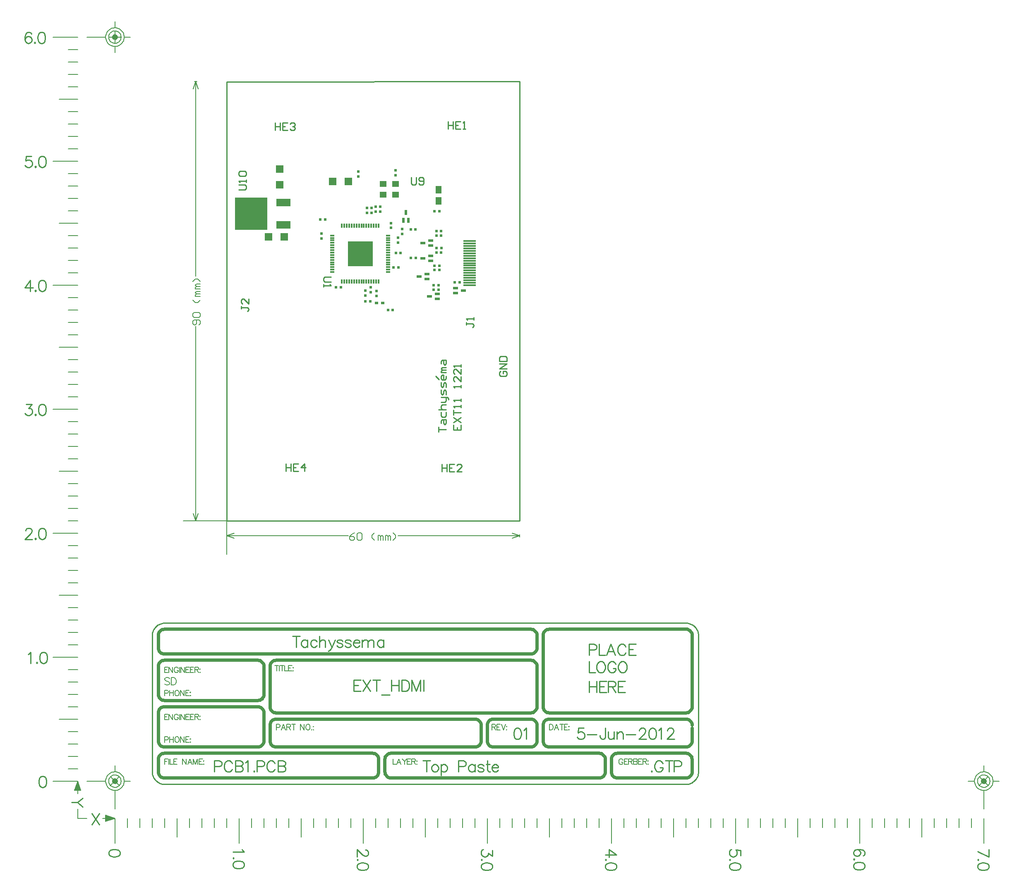
<source format=gtp>
%FSLAX44Y44*%
%MOMM*%
G71*
G01*
G75*
%ADD10R,1.1000X0.6000*%
%ADD11R,0.6000X1.1000*%
%ADD12R,0.5000X0.5000*%
%ADD13R,1.6000X1.6000*%
%ADD14R,0.6350X0.5080*%
%ADD15R,2.6000X0.3000*%
%ADD16R,3.0000X1.6000*%
%ADD17R,6.7000X6.7000*%
%ADD18R,0.3000X0.9000*%
%ADD19R,0.9000X0.3000*%
%ADD20R,5.2000X5.2000*%
%ADD21R,1.4000X1.2000*%
%ADD22R,1.2700X1.5240*%
%ADD23C,0.2000*%
%ADD24C,0.5000*%
%ADD25C,0.3000*%
%ADD26C,0.2286*%
%ADD27C,0.2540*%
%ADD28C,0.2032*%
%ADD29C,0.6350*%
%ADD30C,0.2500*%
%ADD31C,0.1524*%
%ADD32C,0.1270*%
%ADD33C,2.0000*%
%ADD34R,2.0000X2.0000*%
%ADD35R,1.6000X2.0000*%
%ADD36O,1.6000X2.0000*%
%ADD37C,3.3000*%
%ADD38C,2.3000*%
%ADD39C,6.0000*%
%ADD40C,2.4000*%
%ADD41C,1.0000*%
%ADD42C,0.8000*%
%ADD43C,0.4000*%
D10*
X2369448Y2388398D02*
D03*
X2353448Y2383398D02*
D03*
X2390448Y2337648D02*
D03*
Y2347648D02*
D03*
X2374448Y2342648D02*
D03*
X2376698Y2425898D02*
D03*
X2360698Y2420898D02*
D03*
X2376698Y2415898D02*
D03*
X2369448Y2378398D02*
D03*
X2443698Y2354898D02*
D03*
X2427698Y2349898D02*
D03*
Y2359898D02*
D03*
X2360698Y2451898D02*
D03*
X2376698Y2456898D02*
D03*
Y2446898D02*
D03*
D11*
X2321448Y2498898D02*
D03*
X2331448D02*
D03*
X2326448Y2514898D02*
D03*
D12*
X2393198Y2356648D02*
D03*
X2383198D02*
D03*
X2398448Y2432398D02*
D03*
X2388448D02*
D03*
X2393198Y2365648D02*
D03*
X2383198D02*
D03*
X2398448Y2476648D02*
D03*
X2388448D02*
D03*
X2335948Y2479648D02*
D03*
X2345948D02*
D03*
X2336448Y2421648D02*
D03*
X2346448D02*
D03*
X2289448Y2314648D02*
D03*
X2299448D02*
D03*
X2264698Y2516648D02*
D03*
Y2526648D02*
D03*
X2273948Y2516398D02*
D03*
Y2526398D02*
D03*
X2304698Y2600648D02*
D03*
Y2590648D02*
D03*
X2388448Y2466898D02*
D03*
X2398448D02*
D03*
X2384448Y2405648D02*
D03*
X2394448D02*
D03*
X2384448Y2396648D02*
D03*
X2394448D02*
D03*
X2266448Y2343398D02*
D03*
Y2353398D02*
D03*
X2243448Y2344398D02*
D03*
Y2354398D02*
D03*
X2253198Y2332898D02*
D03*
X2243198D02*
D03*
X2310698Y2402398D02*
D03*
X2300698D02*
D03*
X2309698Y2463148D02*
D03*
Y2453148D02*
D03*
X2153198Y2461648D02*
D03*
Y2471648D02*
D03*
X2295448Y2482898D02*
D03*
Y2492898D02*
D03*
X2305448Y2431898D02*
D03*
X2315448D02*
D03*
X2254448Y2361148D02*
D03*
Y2351148D02*
D03*
X2193198Y2361648D02*
D03*
X2183198D02*
D03*
X2318198Y2480398D02*
D03*
Y2470398D02*
D03*
X2425948Y2371648D02*
D03*
X2435948D02*
D03*
X2388698Y2441648D02*
D03*
X2398698D02*
D03*
X2228448Y2598648D02*
D03*
Y2588648D02*
D03*
X2246948Y2523648D02*
D03*
Y2513648D02*
D03*
X2255948Y2523648D02*
D03*
Y2513648D02*
D03*
X2384448Y2516898D02*
D03*
X2394448D02*
D03*
X2160948Y2499898D02*
D03*
X2150948D02*
D03*
D13*
X2067698Y2571398D02*
D03*
Y2603398D02*
D03*
X2076948Y2464648D02*
D03*
X2044948D02*
D03*
X2208448Y2578148D02*
D03*
X2176448D02*
D03*
D14*
X2265998Y2329148D02*
D03*
X2278698D02*
D03*
D15*
X2456348Y2375898D02*
D03*
Y2430898D02*
D03*
Y2405898D02*
D03*
Y2415898D02*
D03*
Y2420898D02*
D03*
Y2410898D02*
D03*
Y2380898D02*
D03*
Y2390898D02*
D03*
Y2400898D02*
D03*
Y2395898D02*
D03*
Y2440898D02*
D03*
Y2435898D02*
D03*
Y2385898D02*
D03*
Y2445898D02*
D03*
Y2455898D02*
D03*
Y2425898D02*
D03*
Y2370898D02*
D03*
Y2365898D02*
D03*
Y2450898D02*
D03*
D16*
X2075948Y2489148D02*
D03*
Y2535148D02*
D03*
D17*
X2009448Y2512148D02*
D03*
D18*
X2200198Y2372898D02*
D03*
X2205198D02*
D03*
X2210198D02*
D03*
X2215198D02*
D03*
X2220198D02*
D03*
X2225198D02*
D03*
X2230198D02*
D03*
X2235198D02*
D03*
X2240198D02*
D03*
X2260197D02*
D03*
X2270197D02*
D03*
X2270197Y2487198D02*
D03*
X2265197D02*
D03*
X2260197D02*
D03*
X2255197D02*
D03*
X2250198D02*
D03*
X2245198D02*
D03*
X2240198D02*
D03*
X2235198D02*
D03*
X2230198D02*
D03*
X2225198D02*
D03*
X2220198D02*
D03*
X2215198D02*
D03*
X2210198D02*
D03*
X2205198D02*
D03*
X2200198D02*
D03*
X2195198Y2487198D02*
D03*
X2255197Y2372898D02*
D03*
X2265197D02*
D03*
X2250198D02*
D03*
X2195198D02*
D03*
X2245198D02*
D03*
D19*
X2289848Y2392548D02*
D03*
Y2397548D02*
D03*
Y2407548D02*
D03*
Y2412548D02*
D03*
Y2417548D02*
D03*
Y2422548D02*
D03*
Y2437548D02*
D03*
Y2442548D02*
D03*
Y2447548D02*
D03*
Y2452548D02*
D03*
Y2457548D02*
D03*
Y2467548D02*
D03*
X2175548D02*
D03*
Y2462548D02*
D03*
Y2452548D02*
D03*
Y2442548D02*
D03*
Y2437548D02*
D03*
Y2432548D02*
D03*
Y2427548D02*
D03*
Y2422548D02*
D03*
Y2417548D02*
D03*
Y2412548D02*
D03*
Y2407548D02*
D03*
Y2402548D02*
D03*
Y2397548D02*
D03*
Y2392548D02*
D03*
X2289848Y2427548D02*
D03*
Y2402548D02*
D03*
Y2432548D02*
D03*
Y2462548D02*
D03*
X2175548Y2457548D02*
D03*
Y2447548D02*
D03*
D20*
X2232698Y2430048D02*
D03*
D21*
X2279298Y2573148D02*
D03*
Y2551148D02*
D03*
X2304698D02*
D03*
Y2573148D02*
D03*
D22*
X2392948Y2538148D02*
D03*
Y2561008D02*
D03*
D23*
X1870498Y1883238D02*
X1959398D01*
X1895898D02*
Y2282199D01*
Y2384277D02*
Y2783238D01*
X1890818Y1898478D02*
X1895898Y1883238D01*
X1900978Y1898478D01*
X1890818Y2767998D02*
X1895898Y2783238D01*
X1900978Y2767998D01*
X1893358Y1883238D02*
X1898438D01*
X1893358Y2783238D02*
X1898438D01*
X1959398Y1814658D02*
Y1883238D01*
Y1852758D02*
X2208359D01*
X2310437D02*
X2559398D01*
X1959398D02*
X1974638Y1857838D01*
X1959398Y1852758D02*
X1974638Y1847678D01*
X2544158Y1857838D02*
X2559398Y1852758D01*
X2544158Y1847678D02*
X2559398Y1852758D01*
X1959398Y1850218D02*
Y1855298D01*
X2559398Y1850218D02*
Y1855298D01*
D26*
X2829166Y1371065D02*
X2828078Y1369977D01*
X2829166Y1368888D01*
X2830255Y1369977D01*
X2829166Y1371065D01*
X2851586Y1386302D02*
X2850497Y1388478D01*
X2848321Y1390655D01*
X2846144Y1391743D01*
X2841791D01*
X2839614Y1390655D01*
X2837437Y1388478D01*
X2836349Y1386302D01*
X2835261Y1383036D01*
Y1377595D01*
X2836349Y1374330D01*
X2837437Y1372153D01*
X2839614Y1369977D01*
X2841791Y1368888D01*
X2846144D01*
X2848321Y1369977D01*
X2850497Y1372153D01*
X2851586Y1374330D01*
Y1377595D01*
X2846144D02*
X2851586D01*
X2864428Y1391743D02*
Y1368888D01*
X2856810Y1391743D02*
X2872047D01*
X2874767Y1379772D02*
X2884562D01*
X2887827Y1380860D01*
X2888916Y1381948D01*
X2890004Y1384125D01*
Y1387390D01*
X2888916Y1389567D01*
X2887827Y1390655D01*
X2884562Y1391743D01*
X2874767D01*
Y1368888D01*
X1559708Y2880728D02*
X1558619Y2882905D01*
X1555354Y2883993D01*
X1553178D01*
X1549913Y2882905D01*
X1547736Y2879640D01*
X1546648Y2874198D01*
Y2868756D01*
X1547736Y2864403D01*
X1549913Y2862227D01*
X1553178Y2861138D01*
X1554266D01*
X1557531Y2862227D01*
X1559708Y2864403D01*
X1560796Y2867668D01*
Y2868756D01*
X1559708Y2872021D01*
X1557531Y2874198D01*
X1554266Y2875287D01*
X1553178D01*
X1549913Y2874198D01*
X1547736Y2872021D01*
X1546648Y2868756D01*
X1566891Y2863315D02*
X1565802Y2862227D01*
X1566891Y2861138D01*
X1567979Y2862227D01*
X1566891Y2863315D01*
X1579516Y2883993D02*
X1576250Y2882905D01*
X1574074Y2879640D01*
X1572986Y2874198D01*
Y2870933D01*
X1574074Y2865492D01*
X1576250Y2862227D01*
X1579516Y2861138D01*
X1581692D01*
X1584957Y2862227D01*
X1587134Y2865492D01*
X1588222Y2870933D01*
Y2874198D01*
X1587134Y2879640D01*
X1584957Y2882905D01*
X1581692Y2883993D01*
X1579516D01*
X1557531Y2375993D02*
X1546648Y2360757D01*
X1562973D01*
X1557531Y2375993D02*
Y2353138D01*
X1568088Y2355315D02*
X1567000Y2354227D01*
X1568088Y2353138D01*
X1569176Y2354227D01*
X1568088Y2355315D01*
X1580713Y2375993D02*
X1577448Y2374905D01*
X1575271Y2371640D01*
X1574183Y2366198D01*
Y2362933D01*
X1575271Y2357491D01*
X1577448Y2354227D01*
X1580713Y2353138D01*
X1582889D01*
X1586154Y2354227D01*
X1588331Y2357491D01*
X1589419Y2362933D01*
Y2366198D01*
X1588331Y2371640D01*
X1586154Y2374905D01*
X1582889Y2375993D01*
X1580713D01*
X1547736Y1862552D02*
Y1863640D01*
X1548824Y1865817D01*
X1549913Y1866905D01*
X1552089Y1867993D01*
X1556443D01*
X1558619Y1866905D01*
X1559708Y1865817D01*
X1560796Y1863640D01*
Y1861463D01*
X1559708Y1859286D01*
X1557531Y1856022D01*
X1546648Y1845138D01*
X1561884D01*
X1568088Y1847315D02*
X1567000Y1846227D01*
X1568088Y1845138D01*
X1569176Y1846227D01*
X1568088Y1847315D01*
X1580713Y1867993D02*
X1577448Y1866905D01*
X1575271Y1863640D01*
X1574183Y1858198D01*
Y1854933D01*
X1575271Y1849491D01*
X1577448Y1846227D01*
X1580713Y1845138D01*
X1582889D01*
X1586154Y1846227D01*
X1588331Y1849491D01*
X1589419Y1854933D01*
Y1858198D01*
X1588331Y1863640D01*
X1586154Y1866905D01*
X1582889Y1867993D01*
X1580713D01*
X1581753Y1359993D02*
X1578488Y1358905D01*
X1576311Y1355640D01*
X1575223Y1350198D01*
Y1346933D01*
X1576311Y1341492D01*
X1578488Y1338226D01*
X1581753Y1337138D01*
X1583929D01*
X1587194Y1338226D01*
X1589371Y1341492D01*
X1590459Y1346933D01*
Y1350198D01*
X1589371Y1355640D01*
X1587194Y1358905D01*
X1583929Y1359993D01*
X1581753D01*
X1552998Y1609640D02*
X1555174Y1610728D01*
X1558439Y1613993D01*
Y1591138D01*
X1570846Y1593315D02*
X1569758Y1592227D01*
X1570846Y1591138D01*
X1571935Y1592227D01*
X1570846Y1593315D01*
X1583471Y1613993D02*
X1580206Y1612905D01*
X1578029Y1609640D01*
X1576941Y1604198D01*
Y1600933D01*
X1578029Y1595491D01*
X1580206Y1592227D01*
X1583471Y1591138D01*
X1585648D01*
X1588913Y1592227D01*
X1591089Y1595491D01*
X1592178Y1600933D01*
Y1604198D01*
X1591089Y1609640D01*
X1588913Y1612905D01*
X1585648Y1613993D01*
X1583471D01*
X1548824Y2121993D02*
X1560796D01*
X1554266Y2113286D01*
X1557531D01*
X1559708Y2112198D01*
X1560796Y2111110D01*
X1561884Y2107845D01*
Y2105668D01*
X1560796Y2102403D01*
X1558619Y2100226D01*
X1555354Y2099138D01*
X1552089D01*
X1548824Y2100226D01*
X1547736Y2101315D01*
X1546648Y2103492D01*
X1568088Y2101315D02*
X1567000Y2100226D01*
X1568088Y2099138D01*
X1569176Y2100226D01*
X1568088Y2101315D01*
X1580713Y2121993D02*
X1577448Y2120905D01*
X1575271Y2117640D01*
X1574183Y2112198D01*
Y2108933D01*
X1575271Y2103492D01*
X1577448Y2100226D01*
X1580713Y2099138D01*
X1582889D01*
X1586154Y2100226D01*
X1588331Y2103492D01*
X1589419Y2108933D01*
Y2112198D01*
X1588331Y2117640D01*
X1586154Y2120905D01*
X1582889Y2121993D01*
X1580713D01*
X1559708Y2629993D02*
X1548824D01*
X1547736Y2620198D01*
X1548824Y2621287D01*
X1552089Y2622375D01*
X1555354D01*
X1558619Y2621287D01*
X1560796Y2619110D01*
X1561884Y2615845D01*
Y2613668D01*
X1560796Y2610403D01*
X1558619Y2608227D01*
X1555354Y2607138D01*
X1552089D01*
X1548824Y2608227D01*
X1547736Y2609315D01*
X1546648Y2611491D01*
X1568088Y2609315D02*
X1567000Y2608227D01*
X1568088Y2607138D01*
X1569176Y2608227D01*
X1568088Y2609315D01*
X1580713Y2629993D02*
X1577448Y2628905D01*
X1575271Y2625640D01*
X1574183Y2620198D01*
Y2616933D01*
X1575271Y2611491D01*
X1577448Y2608227D01*
X1580713Y2607138D01*
X1582889D01*
X1586154Y2608227D01*
X1588331Y2611491D01*
X1589419Y2616933D01*
Y2620198D01*
X1588331Y2625640D01*
X1586154Y2628905D01*
X1582889Y2629993D01*
X1580713D01*
X3518953Y1194901D02*
X3496098Y1205785D01*
X3518953Y1210138D02*
Y1194901D01*
X3498275Y1188698D02*
X3497186Y1189786D01*
X3496098Y1188698D01*
X3497186Y1187609D01*
X3498275Y1188698D01*
X3518953Y1176073D02*
X3517864Y1179338D01*
X3514599Y1181515D01*
X3509158Y1182603D01*
X3505893D01*
X3500451Y1181515D01*
X3497186Y1179338D01*
X3496098Y1176073D01*
Y1173896D01*
X3497186Y1170631D01*
X3500451Y1168455D01*
X3505893Y1167366D01*
X3509158D01*
X3514599Y1168455D01*
X3517864Y1170631D01*
X3518953Y1173896D01*
Y1176073D01*
X3010953Y1197078D02*
Y1207962D01*
X3001158Y1209050D01*
X3002246Y1207962D01*
X3003334Y1204696D01*
Y1201431D01*
X3002246Y1198166D01*
X3000069Y1195990D01*
X2996805Y1194901D01*
X2994628D01*
X2991363Y1195990D01*
X2989186Y1198166D01*
X2988098Y1201431D01*
Y1204696D01*
X2989186Y1207962D01*
X2990274Y1209050D01*
X2992451Y1210138D01*
X2990274Y1188698D02*
X2989186Y1189786D01*
X2988098Y1188698D01*
X2989186Y1187609D01*
X2990274Y1188698D01*
X3010953Y1176073D02*
X3009865Y1179338D01*
X3006599Y1181515D01*
X3001158Y1182603D01*
X2997893D01*
X2992451Y1181515D01*
X2989186Y1179338D01*
X2988098Y1176073D01*
Y1173896D01*
X2989186Y1170631D01*
X2992451Y1168455D01*
X2997893Y1167366D01*
X3001158D01*
X3006599Y1168455D01*
X3009865Y1170631D01*
X3010953Y1173896D01*
Y1176073D01*
X2502953Y1207962D02*
Y1195990D01*
X2494246Y1202520D01*
Y1199255D01*
X2493158Y1197078D01*
X2492069Y1195990D01*
X2488804Y1194901D01*
X2486628D01*
X2483363Y1195990D01*
X2481186Y1198166D01*
X2480098Y1201431D01*
Y1204696D01*
X2481186Y1207962D01*
X2482274Y1209050D01*
X2484451Y1210138D01*
X2482274Y1188698D02*
X2481186Y1189786D01*
X2480098Y1188698D01*
X2481186Y1187609D01*
X2482274Y1188698D01*
X2502953Y1176073D02*
X2501864Y1179338D01*
X2498599Y1181515D01*
X2493158Y1182603D01*
X2489893D01*
X2484451Y1181515D01*
X2481186Y1179338D01*
X2480098Y1176073D01*
Y1173896D01*
X2481186Y1170631D01*
X2484451Y1168455D01*
X2489893Y1167366D01*
X2493158D01*
X2498599Y1168455D01*
X2501864Y1170631D01*
X2502953Y1173896D01*
Y1176073D01*
X1990599Y1210138D02*
X1991688Y1207962D01*
X1994953Y1204696D01*
X1972098D01*
X1974274Y1192289D02*
X1973186Y1193378D01*
X1972098Y1192289D01*
X1973186Y1191201D01*
X1974274Y1192289D01*
X1994953Y1179665D02*
X1993864Y1182930D01*
X1990599Y1185106D01*
X1985158Y1186195D01*
X1981893D01*
X1976451Y1185106D01*
X1973186Y1182930D01*
X1972098Y1179665D01*
Y1177488D01*
X1973186Y1174223D01*
X1976451Y1172046D01*
X1981893Y1170958D01*
X1985158D01*
X1990599Y1172046D01*
X1993864Y1174223D01*
X1994953Y1177488D01*
Y1179665D01*
X1740953Y1203608D02*
X1739864Y1206873D01*
X1736599Y1209050D01*
X1731158Y1210138D01*
X1727893D01*
X1722451Y1209050D01*
X1719186Y1206873D01*
X1718098Y1203608D01*
Y1201431D01*
X1719186Y1198166D01*
X1722451Y1195990D01*
X1727893Y1194901D01*
X1731158D01*
X1736599Y1195990D01*
X1739864Y1198166D01*
X1740953Y1201431D01*
Y1203608D01*
X2243511Y1209050D02*
X2244599D01*
X2246776Y1207962D01*
X2247864Y1206873D01*
X2248953Y1204696D01*
Y1200343D01*
X2247864Y1198166D01*
X2246776Y1197078D01*
X2244599Y1195990D01*
X2242423D01*
X2240246Y1197078D01*
X2236981Y1199255D01*
X2226098Y1210138D01*
Y1194901D01*
X2228274Y1188698D02*
X2227186Y1189786D01*
X2226098Y1188698D01*
X2227186Y1187609D01*
X2228274Y1188698D01*
X2248953Y1176073D02*
X2247864Y1179338D01*
X2244599Y1181515D01*
X2239158Y1182603D01*
X2235893D01*
X2230451Y1181515D01*
X2227186Y1179338D01*
X2226098Y1176073D01*
Y1173896D01*
X2227186Y1170631D01*
X2230451Y1168455D01*
X2235893Y1167366D01*
X2239158D01*
X2244599Y1168455D01*
X2247864Y1170631D01*
X2248953Y1173896D01*
Y1176073D01*
X2756953Y1199255D02*
X2741716Y1210138D01*
Y1193813D01*
X2756953Y1199255D02*
X2734098D01*
X2736274Y1188698D02*
X2735186Y1189786D01*
X2734098Y1188698D01*
X2735186Y1187609D01*
X2736274Y1188698D01*
X2756953Y1176073D02*
X2755864Y1179338D01*
X2752599Y1181515D01*
X2747158Y1182603D01*
X2743893D01*
X2738451Y1181515D01*
X2735186Y1179338D01*
X2734098Y1176073D01*
Y1173896D01*
X2735186Y1170631D01*
X2738451Y1168455D01*
X2743893Y1167366D01*
X2747158D01*
X2752599Y1168455D01*
X2755864Y1170631D01*
X2756953Y1173896D01*
Y1176073D01*
X3261688Y1197078D02*
X3263864Y1198166D01*
X3264953Y1201431D01*
Y1203608D01*
X3263864Y1206873D01*
X3260599Y1209050D01*
X3255158Y1210138D01*
X3249716D01*
X3245363Y1209050D01*
X3243186Y1206873D01*
X3242098Y1203608D01*
Y1202520D01*
X3243186Y1199255D01*
X3245363Y1197078D01*
X3248628Y1195990D01*
X3249716D01*
X3252981Y1197078D01*
X3255158Y1199255D01*
X3256246Y1202520D01*
Y1203608D01*
X3255158Y1206873D01*
X3252981Y1209050D01*
X3249716Y1210138D01*
X3244274Y1189895D02*
X3243186Y1190983D01*
X3242098Y1189895D01*
X3243186Y1188807D01*
X3244274Y1189895D01*
X3264953Y1177270D02*
X3263864Y1180535D01*
X3260599Y1182712D01*
X3255158Y1183800D01*
X3251893D01*
X3246451Y1182712D01*
X3243186Y1180535D01*
X3242098Y1177270D01*
Y1175094D01*
X3243186Y1171829D01*
X3246451Y1169652D01*
X3251893Y1168564D01*
X3255158D01*
X3260599Y1169652D01*
X3263864Y1171829D01*
X3264953Y1175094D01*
Y1177270D01*
X1683173Y1283793D02*
X1698409Y1260938D01*
Y1283793D02*
X1683173Y1260938D01*
X1664753Y1314913D02*
X1653869Y1306206D01*
X1641898D01*
X1664753Y1297500D02*
X1653869Y1306206D01*
X2690008Y1458418D02*
X2679124D01*
X2678036Y1448623D01*
X2679124Y1449711D01*
X2682390Y1450800D01*
X2685654D01*
X2688919Y1449711D01*
X2691096Y1447535D01*
X2692184Y1444270D01*
Y1442093D01*
X2691096Y1438828D01*
X2688919Y1436651D01*
X2685654Y1435563D01*
X2682390D01*
X2679124Y1436651D01*
X2678036Y1437740D01*
X2676948Y1439917D01*
X2697299Y1445358D02*
X2716890D01*
X2734521Y1458418D02*
Y1441005D01*
X2733433Y1437740D01*
X2732344Y1436651D01*
X2730168Y1435563D01*
X2727991D01*
X2725814Y1436651D01*
X2724726Y1437740D01*
X2723637Y1441005D01*
Y1443181D01*
X2740398Y1450800D02*
Y1439917D01*
X2741486Y1436651D01*
X2743663Y1435563D01*
X2746928D01*
X2749105Y1436651D01*
X2752370Y1439917D01*
Y1450800D02*
Y1435563D01*
X2758355Y1450800D02*
Y1435563D01*
Y1446447D02*
X2761620Y1449711D01*
X2763797Y1450800D01*
X2767062D01*
X2769239Y1449711D01*
X2770327Y1446447D01*
Y1435563D01*
X2776313Y1445358D02*
X2795903D01*
X2803739Y1452977D02*
Y1454065D01*
X2804827Y1456242D01*
X2805916Y1457330D01*
X2808093Y1458418D01*
X2812446D01*
X2814622Y1457330D01*
X2815711Y1456242D01*
X2816799Y1454065D01*
Y1451888D01*
X2815711Y1449711D01*
X2813534Y1446447D01*
X2802651Y1435563D01*
X2817888D01*
X2829533Y1458418D02*
X2826268Y1457330D01*
X2824091Y1454065D01*
X2823003Y1448623D01*
Y1445358D01*
X2824091Y1439917D01*
X2826268Y1436651D01*
X2829533Y1435563D01*
X2831709D01*
X2834974Y1436651D01*
X2837151Y1439917D01*
X2838239Y1445358D01*
Y1448623D01*
X2837151Y1454065D01*
X2834974Y1457330D01*
X2831709Y1458418D01*
X2829533D01*
X2843354Y1454065D02*
X2845531Y1455153D01*
X2848796Y1458418D01*
Y1435563D01*
X2861203Y1452977D02*
Y1454065D01*
X2862292Y1456242D01*
X2863380Y1457330D01*
X2865557Y1458418D01*
X2869910D01*
X2872087Y1457330D01*
X2873175Y1456242D01*
X2874263Y1454065D01*
Y1451888D01*
X2873175Y1449711D01*
X2870999Y1446447D01*
X2860115Y1435563D01*
X2875352D01*
X2701078Y1554303D02*
Y1531448D01*
X2716314Y1554303D02*
Y1531448D01*
X2701078Y1543420D02*
X2716314D01*
X2736775Y1554303D02*
X2722627D01*
Y1531448D01*
X2736775D01*
X2722627Y1543420D02*
X2731334D01*
X2740584Y1554303D02*
Y1531448D01*
Y1554303D02*
X2750379D01*
X2753644Y1553215D01*
X2754733Y1552127D01*
X2755821Y1549950D01*
Y1547773D01*
X2754733Y1545596D01*
X2753644Y1544508D01*
X2750379Y1543420D01*
X2740584D01*
X2748203D02*
X2755821Y1531448D01*
X2775085Y1554303D02*
X2760936D01*
Y1531448D01*
X2775085D01*
X2760936Y1543420D02*
X2769643D01*
X2701078Y1594943D02*
Y1572088D01*
X2714138D01*
X2723171Y1594943D02*
X2720994Y1593855D01*
X2718818Y1591678D01*
X2717729Y1589501D01*
X2716641Y1586237D01*
Y1580795D01*
X2717729Y1577530D01*
X2718818Y1575353D01*
X2720994Y1573177D01*
X2723171Y1572088D01*
X2727524D01*
X2729701Y1573177D01*
X2731878Y1575353D01*
X2732966Y1577530D01*
X2734054Y1580795D01*
Y1586237D01*
X2732966Y1589501D01*
X2731878Y1591678D01*
X2729701Y1593855D01*
X2727524Y1594943D01*
X2723171D01*
X2755712Y1589501D02*
X2754624Y1591678D01*
X2752447Y1593855D01*
X2750271Y1594943D01*
X2745917D01*
X2743741Y1593855D01*
X2741564Y1591678D01*
X2740475Y1589501D01*
X2739387Y1586237D01*
Y1580795D01*
X2740475Y1577530D01*
X2741564Y1575353D01*
X2743741Y1573177D01*
X2745917Y1572088D01*
X2750271D01*
X2752447Y1573177D01*
X2754624Y1575353D01*
X2755712Y1577530D01*
Y1580795D01*
X2750271D02*
X2755712D01*
X2767466Y1594943D02*
X2765290Y1593855D01*
X2763113Y1591678D01*
X2762025Y1589501D01*
X2760936Y1586237D01*
Y1580795D01*
X2762025Y1577530D01*
X2763113Y1575353D01*
X2765290Y1573177D01*
X2767466Y1572088D01*
X2771820D01*
X2773996Y1573177D01*
X2776173Y1575353D01*
X2777261Y1577530D01*
X2778350Y1580795D01*
Y1586237D01*
X2777261Y1589501D01*
X2776173Y1591678D01*
X2773996Y1593855D01*
X2771820Y1594943D01*
X2767466D01*
X2701078Y1618531D02*
X2710873D01*
X2714138Y1619620D01*
X2715226Y1620708D01*
X2716314Y1622885D01*
Y1626150D01*
X2715226Y1628327D01*
X2714138Y1629415D01*
X2710873Y1630503D01*
X2701078D01*
Y1607648D01*
X2721430Y1630503D02*
Y1607648D01*
X2734490D01*
X2754406D02*
X2745699Y1630503D01*
X2736993Y1607648D01*
X2740258Y1615267D02*
X2751141D01*
X2776064Y1625061D02*
X2774976Y1627238D01*
X2772799Y1629415D01*
X2770623Y1630503D01*
X2766269D01*
X2764092Y1629415D01*
X2761916Y1627238D01*
X2760827Y1625061D01*
X2759739Y1621797D01*
Y1616355D01*
X2760827Y1613090D01*
X2761916Y1610913D01*
X2764092Y1608737D01*
X2766269Y1607648D01*
X2770623D01*
X2772799Y1608737D01*
X2774976Y1610913D01*
X2776064Y1613090D01*
X2796634Y1630503D02*
X2782485D01*
Y1607648D01*
X2796634D01*
X2782485Y1619620D02*
X2791192D01*
X2553303Y1458418D02*
X2550038Y1457330D01*
X2547861Y1454065D01*
X2546773Y1448623D01*
Y1445358D01*
X2547861Y1439917D01*
X2550038Y1436651D01*
X2553303Y1435563D01*
X2555479D01*
X2558744Y1436651D01*
X2560921Y1439917D01*
X2562009Y1445358D01*
Y1448623D01*
X2560921Y1454065D01*
X2558744Y1457330D01*
X2555479Y1458418D01*
X2553303D01*
X2567125Y1454065D02*
X2569301Y1455153D01*
X2572566Y1458418D01*
Y1435563D01*
X2368336Y1391743D02*
Y1368888D01*
X2360718Y1391743D02*
X2375954D01*
X2384117Y1384125D02*
X2381940Y1383036D01*
X2379764Y1380860D01*
X2378675Y1377595D01*
Y1375418D01*
X2379764Y1372153D01*
X2381940Y1369977D01*
X2384117Y1368888D01*
X2387382D01*
X2389559Y1369977D01*
X2391735Y1372153D01*
X2392824Y1375418D01*
Y1377595D01*
X2391735Y1380860D01*
X2389559Y1383036D01*
X2387382Y1384125D01*
X2384117D01*
X2397830D02*
Y1361270D01*
Y1380860D02*
X2400007Y1383036D01*
X2402183Y1384125D01*
X2405448D01*
X2407625Y1383036D01*
X2409802Y1380860D01*
X2410890Y1377595D01*
Y1375418D01*
X2409802Y1372153D01*
X2407625Y1369977D01*
X2405448Y1368888D01*
X2402183D01*
X2400007Y1369977D01*
X2397830Y1372153D01*
X2433745Y1379772D02*
X2443540D01*
X2446805Y1380860D01*
X2447894Y1381948D01*
X2448982Y1384125D01*
Y1387390D01*
X2447894Y1389567D01*
X2446805Y1390655D01*
X2443540Y1391743D01*
X2433745D01*
Y1368888D01*
X2467157Y1384125D02*
Y1368888D01*
Y1380860D02*
X2464980Y1383036D01*
X2462804Y1384125D01*
X2459539D01*
X2457362Y1383036D01*
X2455185Y1380860D01*
X2454097Y1377595D01*
Y1375418D01*
X2455185Y1372153D01*
X2457362Y1369977D01*
X2459539Y1368888D01*
X2462804D01*
X2464980Y1369977D01*
X2467157Y1372153D01*
X2485224Y1380860D02*
X2484135Y1383036D01*
X2480870Y1384125D01*
X2477605D01*
X2474340Y1383036D01*
X2473252Y1380860D01*
X2474340Y1378683D01*
X2476517Y1377595D01*
X2481958Y1376507D01*
X2484135Y1375418D01*
X2485224Y1373241D01*
Y1372153D01*
X2484135Y1369977D01*
X2480870Y1368888D01*
X2477605D01*
X2474340Y1369977D01*
X2473252Y1372153D01*
X2493277Y1391743D02*
Y1373241D01*
X2494366Y1369977D01*
X2496542Y1368888D01*
X2498719D01*
X2490012Y1384125D02*
X2497631D01*
X2501984Y1377595D02*
X2515044D01*
Y1379772D01*
X2513956Y1381948D01*
X2512867Y1383036D01*
X2510691Y1384125D01*
X2507426D01*
X2505249Y1383036D01*
X2503072Y1380860D01*
X2501984Y1377595D01*
Y1375418D01*
X2503072Y1372153D01*
X2505249Y1369977D01*
X2507426Y1368888D01*
X2510691D01*
X2512867Y1369977D01*
X2515044Y1372153D01*
X1933998Y1379772D02*
X1943793D01*
X1947058Y1380860D01*
X1948146Y1381948D01*
X1949234Y1384125D01*
Y1387390D01*
X1948146Y1389567D01*
X1947058Y1390655D01*
X1943793Y1391743D01*
X1933998D01*
Y1368888D01*
X1970675Y1386302D02*
X1969586Y1388478D01*
X1967410Y1390655D01*
X1965233Y1391743D01*
X1960880D01*
X1958703Y1390655D01*
X1956526Y1388478D01*
X1955438Y1386302D01*
X1954350Y1383036D01*
Y1377595D01*
X1955438Y1374330D01*
X1956526Y1372153D01*
X1958703Y1369977D01*
X1960880Y1368888D01*
X1965233D01*
X1967410Y1369977D01*
X1969586Y1372153D01*
X1970675Y1374330D01*
X1977096Y1391743D02*
Y1368888D01*
Y1391743D02*
X1986891D01*
X1990156Y1390655D01*
X1991244Y1389567D01*
X1992333Y1387390D01*
Y1385213D01*
X1991244Y1383036D01*
X1990156Y1381948D01*
X1986891Y1380860D01*
X1977096D02*
X1986891D01*
X1990156Y1379772D01*
X1991244Y1378683D01*
X1992333Y1376507D01*
Y1373241D01*
X1991244Y1371065D01*
X1990156Y1369977D01*
X1986891Y1368888D01*
X1977096D01*
X1997448Y1387390D02*
X1999624Y1388478D01*
X2002890Y1391743D01*
Y1368888D01*
X2015297Y1371065D02*
X2014208Y1369977D01*
X2015297Y1368888D01*
X2016385Y1369977D01*
X2015297Y1371065D01*
X2021391Y1379772D02*
X2031186D01*
X2034451Y1380860D01*
X2035540Y1381948D01*
X2036628Y1384125D01*
Y1387390D01*
X2035540Y1389567D01*
X2034451Y1390655D01*
X2031186Y1391743D01*
X2021391D01*
Y1368888D01*
X2058068Y1386302D02*
X2056980Y1388478D01*
X2054803Y1390655D01*
X2052627Y1391743D01*
X2048273D01*
X2046096Y1390655D01*
X2043920Y1388478D01*
X2042832Y1386302D01*
X2041743Y1383036D01*
Y1377595D01*
X2042832Y1374330D01*
X2043920Y1372153D01*
X2046096Y1369977D01*
X2048273Y1368888D01*
X2052627D01*
X2054803Y1369977D01*
X2056980Y1372153D01*
X2058068Y1374330D01*
X2064489Y1391743D02*
Y1368888D01*
Y1391743D02*
X2074285D01*
X2077549Y1390655D01*
X2078638Y1389567D01*
X2079726Y1387390D01*
Y1385213D01*
X2078638Y1383036D01*
X2077549Y1381948D01*
X2074285Y1380860D01*
X2064489D02*
X2074285D01*
X2077549Y1379772D01*
X2078638Y1378683D01*
X2079726Y1376507D01*
Y1373241D01*
X2078638Y1371065D01*
X2077549Y1369977D01*
X2074285Y1368888D01*
X2064489D01*
X2233896Y1556843D02*
X2219748D01*
Y1533988D01*
X2233896D01*
X2219748Y1545960D02*
X2228454D01*
X2237705Y1556843D02*
X2252942Y1533988D01*
Y1556843D02*
X2237705Y1533988D01*
X2265676Y1556843D02*
Y1533988D01*
X2258057Y1556843D02*
X2273294D01*
X2276015Y1526370D02*
X2293428D01*
X2296367Y1556843D02*
Y1533988D01*
X2311603Y1556843D02*
Y1533988D01*
X2296367Y1545960D02*
X2311603D01*
X2317916Y1556843D02*
Y1533988D01*
Y1556843D02*
X2325534D01*
X2328799Y1555755D01*
X2330976Y1553578D01*
X2332064Y1551402D01*
X2333152Y1548136D01*
Y1542695D01*
X2332064Y1539430D01*
X2330976Y1537253D01*
X2328799Y1535076D01*
X2325534Y1533988D01*
X2317916D01*
X2338268Y1556843D02*
Y1533988D01*
Y1556843D02*
X2346974Y1533988D01*
X2355681Y1556843D02*
X2346974Y1533988D01*
X2355681Y1556843D02*
Y1533988D01*
X2362211Y1556843D02*
Y1533988D01*
X2101636Y1647013D02*
Y1624158D01*
X2094018Y1647013D02*
X2109254D01*
X2125035Y1639395D02*
Y1624158D01*
Y1636130D02*
X2122859Y1638306D01*
X2120682Y1639395D01*
X2117417D01*
X2115240Y1638306D01*
X2113064Y1636130D01*
X2111975Y1632865D01*
Y1630688D01*
X2113064Y1627423D01*
X2115240Y1625246D01*
X2117417Y1624158D01*
X2120682D01*
X2122859Y1625246D01*
X2125035Y1627423D01*
X2144190Y1636130D02*
X2142013Y1638306D01*
X2139837Y1639395D01*
X2136572D01*
X2134395Y1638306D01*
X2132218Y1636130D01*
X2131130Y1632865D01*
Y1630688D01*
X2132218Y1627423D01*
X2134395Y1625246D01*
X2136572Y1624158D01*
X2139837D01*
X2142013Y1625246D01*
X2144190Y1627423D01*
X2149088Y1647013D02*
Y1624158D01*
Y1635042D02*
X2152353Y1638306D01*
X2154529Y1639395D01*
X2157794D01*
X2159971Y1638306D01*
X2161059Y1635042D01*
Y1624158D01*
X2168134Y1639395D02*
X2174664Y1624158D01*
X2181194Y1639395D02*
X2174664Y1624158D01*
X2172487Y1619805D01*
X2170310Y1617628D01*
X2168134Y1616540D01*
X2167045D01*
X2196974Y1636130D02*
X2195886Y1638306D01*
X2192621Y1639395D01*
X2189356D01*
X2186091Y1638306D01*
X2185003Y1636130D01*
X2186091Y1633953D01*
X2188268Y1632865D01*
X2193709Y1631776D01*
X2195886Y1630688D01*
X2196974Y1628512D01*
Y1627423D01*
X2195886Y1625246D01*
X2192621Y1624158D01*
X2189356D01*
X2186091Y1625246D01*
X2185003Y1627423D01*
X2213735Y1636130D02*
X2212646Y1638306D01*
X2209382Y1639395D01*
X2206116D01*
X2202852Y1638306D01*
X2201763Y1636130D01*
X2202852Y1633953D01*
X2205028Y1632865D01*
X2210470Y1631776D01*
X2212646Y1630688D01*
X2213735Y1628512D01*
Y1627423D01*
X2212646Y1625246D01*
X2209382Y1624158D01*
X2206116D01*
X2202852Y1625246D01*
X2201763Y1627423D01*
X2218524Y1632865D02*
X2231584D01*
Y1635042D01*
X2230495Y1637218D01*
X2229407Y1638306D01*
X2227230Y1639395D01*
X2223965D01*
X2221789Y1638306D01*
X2219612Y1636130D01*
X2218524Y1632865D01*
Y1630688D01*
X2219612Y1627423D01*
X2221789Y1625246D01*
X2223965Y1624158D01*
X2227230D01*
X2229407Y1625246D01*
X2231584Y1627423D01*
X2236481Y1639395D02*
Y1624158D01*
Y1635042D02*
X2239746Y1638306D01*
X2241923Y1639395D01*
X2245188D01*
X2247365Y1638306D01*
X2248453Y1635042D01*
Y1624158D01*
Y1635042D02*
X2251718Y1638306D01*
X2253895Y1639395D01*
X2257159D01*
X2259336Y1638306D01*
X2260425Y1635042D01*
Y1624158D01*
X2280668Y1639395D02*
Y1624158D01*
Y1636130D02*
X2278491Y1638306D01*
X2276314Y1639395D01*
X2273049D01*
X2270873Y1638306D01*
X2268696Y1636130D01*
X2267608Y1632865D01*
Y1630688D01*
X2268696Y1627423D01*
X2270873Y1625246D01*
X2273049Y1624158D01*
X2276314D01*
X2278491Y1625246D01*
X2280668Y1627423D01*
D27*
X2520252Y2189805D02*
X2517713Y2187266D01*
Y2182187D01*
X2520252Y2179648D01*
X2530408D01*
X2532948Y2182187D01*
Y2187266D01*
X2530408Y2189805D01*
X2525330D01*
Y2184727D01*
X2532948Y2194883D02*
X2517713D01*
X2532948Y2205040D01*
X2517713D01*
Y2210118D02*
X2532948D01*
Y2217736D01*
X2530408Y2220275D01*
X2520252D01*
X2517713Y2217736D01*
Y2210118D01*
X2058448Y2698133D02*
Y2682898D01*
Y2690516D01*
X2068604D01*
Y2698133D01*
Y2682898D01*
X2083840Y2698133D02*
X2073683D01*
Y2682898D01*
X2083840D01*
X2073683Y2690516D02*
X2078761D01*
X2088918Y2695594D02*
X2091457Y2698133D01*
X2096535D01*
X2099075Y2695594D01*
Y2693055D01*
X2096535Y2690516D01*
X2093996D01*
X2096535D01*
X2099075Y2687976D01*
Y2685437D01*
X2096535Y2682898D01*
X2091457D01*
X2088918Y2685437D01*
X2412948Y2700633D02*
Y2685398D01*
Y2693016D01*
X2423104D01*
Y2700633D01*
Y2685398D01*
X2438340Y2700633D02*
X2428183D01*
Y2685398D01*
X2438340D01*
X2428183Y2693016D02*
X2433261D01*
X2443418Y2685398D02*
X2448496D01*
X2445957D01*
Y2700633D01*
X2443418Y2698094D01*
X2080448Y2000133D02*
Y1984898D01*
Y1992516D01*
X2090604D01*
Y2000133D01*
Y1984898D01*
X2105840Y2000133D02*
X2095683D01*
Y1984898D01*
X2105840D01*
X2095683Y1992516D02*
X2100761D01*
X2118535Y1984898D02*
Y2000133D01*
X2110918Y1992516D01*
X2121075D01*
X2400198Y1999133D02*
Y1983898D01*
Y1991516D01*
X2410354D01*
Y1999133D01*
Y1983898D01*
X2425589Y1999133D02*
X2415433D01*
Y1983898D01*
X2425589D01*
X2415433Y1991516D02*
X2420511D01*
X2440825Y1983898D02*
X2430668D01*
X2440825Y1994055D01*
Y1996594D01*
X2438285Y1999133D01*
X2433207D01*
X2430668Y1996594D01*
X2449463Y2289305D02*
Y2284227D01*
Y2286766D01*
X2462159D01*
X2464698Y2284227D01*
Y2281687D01*
X2462159Y2279148D01*
X2464698Y2294383D02*
Y2299462D01*
Y2296922D01*
X2449463D01*
X2452002Y2294383D01*
X2173183Y2382648D02*
X2160487D01*
X2157948Y2380109D01*
Y2375031D01*
X2160487Y2372491D01*
X2173183D01*
X2157948Y2367413D02*
Y2362335D01*
Y2364874D01*
X2173183D01*
X2170644Y2367413D01*
X1984463Y2560898D02*
X1997159D01*
X1999698Y2563437D01*
Y2568516D01*
X1997159Y2571055D01*
X1984463D01*
X1999698Y2576133D02*
Y2581212D01*
Y2578672D01*
X1984463D01*
X1987002Y2576133D01*
Y2588829D02*
X1984463Y2591368D01*
Y2596447D01*
X1987002Y2598986D01*
X1997159D01*
X1999698Y2596447D01*
Y2591368D01*
X1997159Y2588829D01*
X1987002D01*
X2336948Y2586383D02*
Y2573687D01*
X2339487Y2571148D01*
X2344565D01*
X2347104Y2573687D01*
Y2586383D01*
X2352183Y2573687D02*
X2354722Y2571148D01*
X2359800D01*
X2362339Y2573687D01*
Y2583844D01*
X2359800Y2586383D01*
X2354722D01*
X2352183Y2583844D01*
Y2581305D01*
X2354722Y2578766D01*
X2362339D01*
X1989463Y2322055D02*
Y2316976D01*
Y2319516D01*
X2002159D01*
X2004698Y2316976D01*
Y2314437D01*
X2002159Y2311898D01*
X2004698Y2337290D02*
Y2327133D01*
X1994541Y2337290D01*
X1992002D01*
X1989463Y2334751D01*
Y2329672D01*
X1992002Y2327133D01*
X2393463Y2064898D02*
Y2075055D01*
Y2069977D01*
X2408698D01*
X2398541Y2082672D02*
Y2087751D01*
X2401080Y2090290D01*
X2408698D01*
Y2082672D01*
X2406158Y2080133D01*
X2403619Y2082672D01*
Y2090290D01*
X2398541Y2105525D02*
Y2097908D01*
X2401080Y2095368D01*
X2406158D01*
X2408698Y2097908D01*
Y2105525D01*
X2393463Y2110603D02*
X2408698D01*
X2401080D01*
X2398541Y2113143D01*
Y2118221D01*
X2401080Y2120760D01*
X2408698D01*
X2398541Y2125838D02*
X2406158D01*
X2408698Y2128378D01*
Y2135995D01*
X2411237D01*
X2413776Y2133456D01*
Y2130917D01*
X2408698Y2135995D02*
X2398541D01*
X2408698Y2141073D02*
Y2148691D01*
X2406158Y2151230D01*
X2403619Y2148691D01*
Y2143613D01*
X2401080Y2141073D01*
X2398541Y2143613D01*
Y2151230D01*
X2408698Y2156309D02*
Y2163926D01*
X2406158Y2166465D01*
X2403619Y2163926D01*
Y2158848D01*
X2401080Y2156309D01*
X2398541Y2158848D01*
Y2166465D01*
X2408698Y2179161D02*
Y2174083D01*
X2406158Y2171544D01*
X2401080D01*
X2398541Y2174083D01*
Y2179161D01*
X2401080Y2181700D01*
X2403619D01*
Y2171544D01*
X2408698Y2186779D02*
X2398541D01*
Y2189318D01*
X2401080Y2191857D01*
X2408698D01*
X2401080D01*
X2398541Y2194396D01*
X2401080Y2196935D01*
X2408698D01*
X2398541Y2204553D02*
Y2209631D01*
X2401080Y2212171D01*
X2408698D01*
Y2204553D01*
X2406158Y2202014D01*
X2403619Y2204553D01*
Y2212171D01*
X2394198Y2172648D02*
X2387533Y2179313D01*
X2423713Y2079055D02*
Y2068898D01*
X2438948D01*
Y2079055D01*
X2431330Y2068898D02*
Y2073976D01*
X2423713Y2084133D02*
X2438948Y2094290D01*
X2423713D02*
X2438948Y2084133D01*
X2423713Y2099368D02*
Y2109525D01*
Y2104447D01*
X2438948D01*
Y2114603D02*
Y2119682D01*
Y2117143D01*
X2423713D01*
X2426252Y2114603D01*
X2438948Y2127299D02*
Y2132378D01*
Y2129838D01*
X2423713D01*
X2426252Y2127299D01*
X2438948Y2155230D02*
Y2160309D01*
Y2157769D01*
X2423713D01*
X2426252Y2155230D01*
X2438948Y2178083D02*
Y2167926D01*
X2428791Y2178083D01*
X2426252D01*
X2423713Y2175544D01*
Y2170465D01*
X2426252Y2167926D01*
X2438948Y2193318D02*
Y2183161D01*
X2428791Y2193318D01*
X2426252D01*
X2423713Y2190779D01*
Y2185700D01*
X2426252Y2183161D01*
X2438948Y2198396D02*
Y2203475D01*
Y2200935D01*
X2423713D01*
X2426252Y2198396D01*
X1832398Y1673688D02*
X1829908Y1673566D01*
X1827442Y1673200D01*
X1825024Y1672594D01*
X1822677Y1671755D01*
X1820424Y1670689D01*
X1818286Y1669408D01*
X1816284Y1667923D01*
X1814437Y1666249D01*
X1812763Y1664402D01*
X1811278Y1662400D01*
X1809997Y1660262D01*
X1808931Y1658008D01*
X1808091Y1655661D01*
X1807486Y1653243D01*
X1807120Y1650778D01*
X1806998Y1648288D01*
Y1369142D02*
X1807119Y1366655D01*
X1807480Y1364192D01*
X1808078Y1361776D01*
X1808908Y1359428D01*
X1809961Y1357173D01*
X1811228Y1355029D01*
X1812697Y1353019D01*
X1814354Y1351161D01*
X1816183Y1349472D01*
X1818167Y1347968D01*
X1820288Y1346664D01*
X1822525Y1345571D01*
X1824857Y1344701D01*
X1827263Y1344060D01*
X1829720Y1343656D01*
X1832204Y1343492D01*
X2899198Y1343488D02*
X2901687Y1343610D01*
X2904153Y1343976D01*
X2906571Y1344582D01*
X2908918Y1345422D01*
X2911171Y1346487D01*
X2913309Y1347769D01*
X2915311Y1349254D01*
X2917158Y1350928D01*
X2918832Y1352775D01*
X2920317Y1354777D01*
X2921599Y1356915D01*
X2922664Y1359168D01*
X2923504Y1361515D01*
X2924109Y1363933D01*
X2924475Y1366398D01*
X2924598Y1368888D01*
Y1648288D02*
X2924475Y1650778D01*
X2924109Y1653243D01*
X2923504Y1655661D01*
X2922664Y1658008D01*
X2921599Y1660262D01*
X2920317Y1662400D01*
X2918832Y1664402D01*
X2917158Y1666249D01*
X2915311Y1667923D01*
X2913309Y1669408D01*
X2911171Y1670689D01*
X2908918Y1671755D01*
X2906571Y1672594D01*
X2904153Y1673200D01*
X2901687Y1673566D01*
X2899198Y1673688D01*
X1832398Y1343488D02*
X2899198D01*
X1832398Y1673688D02*
X2899198D01*
X2924598Y1368888D02*
Y1648288D01*
X1806998Y1368888D02*
Y1648288D01*
D28*
X3521500Y1349836D02*
X3521240Y1352392D01*
X3520471Y1354844D01*
X3519224Y1357091D01*
X3517550Y1359041D01*
X3515518Y1360613D01*
X3513211Y1361745D01*
X3510723Y1362389D01*
X3508157Y1362519D01*
X3505617Y1362130D01*
X3503207Y1361238D01*
X3501027Y1359879D01*
X3499164Y1358108D01*
X3497696Y1355999D01*
X3496683Y1353638D01*
X3496165Y1351120D01*
Y1348551D01*
X3496683Y1346034D01*
X3497696Y1343672D01*
X3499164Y1341563D01*
X3501027Y1339793D01*
X3503207Y1338434D01*
X3505617Y1337541D01*
X3508157Y1337152D01*
X3510723Y1337282D01*
X3513211Y1337926D01*
X3515518Y1339058D01*
X3517550Y1340631D01*
X3519224Y1342581D01*
X3520471Y1344827D01*
X3521240Y1347279D01*
X3521500Y1349836D01*
X3527850D02*
X3527680Y1352375D01*
X3527173Y1354868D01*
X3526339Y1357272D01*
X3525191Y1359544D01*
X3523751Y1361642D01*
X3522043Y1363529D01*
X3520100Y1365172D01*
X3517955Y1366541D01*
X3515647Y1367613D01*
X3513216Y1368367D01*
X3510707Y1368790D01*
X3508164Y1368875D01*
X3505632Y1368620D01*
X3503156Y1368030D01*
X3500781Y1367116D01*
X3498550Y1365893D01*
X3496501Y1364383D01*
X3494672Y1362614D01*
X3493094Y1360617D01*
X3491798Y1358427D01*
X3490804Y1356084D01*
X3490132Y1353630D01*
X3489793Y1351108D01*
Y1348563D01*
X3490132Y1346041D01*
X3490804Y1343587D01*
X3491798Y1341244D01*
X3493094Y1339054D01*
X3494672Y1337057D01*
X3496501Y1335288D01*
X3498550Y1333779D01*
X3500781Y1332556D01*
X3503156Y1331641D01*
X3505632Y1331051D01*
X3508164Y1330796D01*
X3510707Y1330881D01*
X3513216Y1331305D01*
X3515647Y1332059D01*
X3517955Y1333130D01*
X3520100Y1334499D01*
X3522044Y1336142D01*
X3523751Y1338029D01*
X3525191Y1340127D01*
X3526339Y1342399D01*
X3527173Y1344803D01*
X3527680Y1347296D01*
X3527850Y1349836D01*
X3509435D02*
X3508165D01*
X3509435D01*
X3510070D02*
X3508165Y1350935D01*
Y1348736D01*
X3510070Y1349836D01*
X3513880D02*
X3513298Y1352196D01*
X3511686Y1354016D01*
X3509413Y1354879D01*
X3506999Y1354586D01*
X3504998Y1353204D01*
X3503868Y1351051D01*
Y1348620D01*
X3504998Y1346467D01*
X3506999Y1345086D01*
X3509413Y1344793D01*
X3511686Y1345655D01*
X3513298Y1347475D01*
X3513880Y1349836D01*
X3512610D02*
X3511719Y1352285D01*
X3509462Y1353588D01*
X3506895Y1353135D01*
X3505220Y1351139D01*
Y1348533D01*
X3506895Y1346536D01*
X3509462Y1346084D01*
X3511719Y1347387D01*
X3512610Y1349836D01*
X3511340D02*
X3510070Y1352035D01*
X3507530D01*
X3506260Y1349836D01*
X3507530Y1347636D01*
X3510070D01*
X3511340Y1349836D01*
X1749848Y2873838D02*
X1749678Y2876377D01*
X1749171Y2878871D01*
X1748336Y2881275D01*
X1747188Y2883546D01*
X1745748Y2885645D01*
X1744041Y2887532D01*
X1742098Y2889175D01*
X1739953Y2890544D01*
X1737644Y2891615D01*
X1735214Y2892369D01*
X1732704Y2892792D01*
X1730161Y2892878D01*
X1727629Y2892623D01*
X1725154Y2892033D01*
X1722779Y2891118D01*
X1720547Y2889895D01*
X1718499Y2888386D01*
X1716669Y2886617D01*
X1715092Y2884619D01*
X1713795Y2882430D01*
X1712802Y2880087D01*
X1712129Y2877633D01*
X1711790Y2875110D01*
Y2872566D01*
X1712129Y2870044D01*
X1712802Y2867589D01*
X1713795Y2865246D01*
X1715092Y2863057D01*
X1716669Y2861060D01*
X1718499Y2859290D01*
X1720547Y2857781D01*
X1722779Y2856558D01*
X1725154Y2855643D01*
X1727629Y2855053D01*
X1730161Y2854799D01*
X1732704Y2854884D01*
X1735214Y2855307D01*
X1737644Y2856061D01*
X1739953Y2857132D01*
X1742098Y2858502D01*
X1744041Y2860145D01*
X1745748Y2862032D01*
X1747188Y2864130D01*
X1748336Y2866401D01*
X1749171Y2868805D01*
X1749678Y2871299D01*
X1749848Y2873838D01*
X1731433D02*
X1730163D01*
X1731433D01*
X1732068D02*
X1730163Y2874938D01*
Y2872738D01*
X1732068Y2873838D01*
X1733338D02*
X1732068Y2876038D01*
X1729528D01*
X1728258Y2873838D01*
X1729528Y2871638D01*
X1732068D01*
X1733338Y2873838D01*
X1734608D02*
X1733716Y2876287D01*
X1731459Y2877590D01*
X1728893Y2877138D01*
X1727217Y2875141D01*
Y2872535D01*
X1728893Y2870539D01*
X1731459Y2870086D01*
X1733716Y2871389D01*
X1734608Y2873838D01*
X1735878D02*
X1735296Y2876199D01*
X1733683Y2878019D01*
X1731410Y2878881D01*
X1728996Y2878588D01*
X1726995Y2877207D01*
X1725865Y2875054D01*
Y2872622D01*
X1726995Y2870469D01*
X1728996Y2869088D01*
X1731410Y2868795D01*
X1733683Y2869657D01*
X1735296Y2871477D01*
X1735878Y2873838D01*
X1743498D02*
X1743238Y2876395D01*
X1742468Y2878846D01*
X1741221Y2881093D01*
X1739547Y2883043D01*
X1737516Y2884616D01*
X1735208Y2885748D01*
X1732721Y2886392D01*
X1730154Y2886522D01*
X1727614Y2886133D01*
X1725205Y2885240D01*
X1723024Y2883881D01*
X1721161Y2882111D01*
X1719693Y2880002D01*
X1718680Y2877640D01*
X1718163Y2875123D01*
Y2872553D01*
X1718680Y2870036D01*
X1719693Y2867675D01*
X1721161Y2865566D01*
X1723024Y2863795D01*
X1725205Y2862436D01*
X1727614Y2861544D01*
X1730154Y2861154D01*
X1732721Y2861284D01*
X1735208Y2861929D01*
X1737516Y2863060D01*
X1739548Y2864633D01*
X1741221Y2866583D01*
X1742468Y2868830D01*
X1743238Y2871282D01*
X1743498Y2873838D01*
X1743500Y1349836D02*
X1743240Y1352392D01*
X1742471Y1354844D01*
X1741224Y1357091D01*
X1739550Y1359041D01*
X1737518Y1360613D01*
X1735211Y1361745D01*
X1732723Y1362389D01*
X1730157Y1362519D01*
X1727617Y1362130D01*
X1725207Y1361238D01*
X1723026Y1359879D01*
X1721164Y1358108D01*
X1719696Y1355999D01*
X1718683Y1353638D01*
X1718165Y1351120D01*
Y1348551D01*
X1718683Y1346034D01*
X1719696Y1343672D01*
X1721164Y1341563D01*
X1723026Y1339793D01*
X1725207Y1338434D01*
X1727617Y1337541D01*
X1730157Y1337152D01*
X1732723Y1337282D01*
X1735211Y1337926D01*
X1737518Y1339058D01*
X1739550Y1340631D01*
X1741224Y1342581D01*
X1742471Y1344827D01*
X1743240Y1347279D01*
X1743500Y1349836D01*
X1749850D02*
X1749680Y1352375D01*
X1749173Y1354868D01*
X1748339Y1357272D01*
X1747191Y1359544D01*
X1745751Y1361642D01*
X1744044Y1363529D01*
X1742100Y1365172D01*
X1739955Y1366541D01*
X1737647Y1367613D01*
X1735216Y1368367D01*
X1732707Y1368790D01*
X1730164Y1368875D01*
X1727632Y1368620D01*
X1725156Y1368030D01*
X1722781Y1367116D01*
X1720550Y1365893D01*
X1718501Y1364383D01*
X1716672Y1362614D01*
X1715095Y1360617D01*
X1713798Y1358427D01*
X1712804Y1356084D01*
X1712132Y1353630D01*
X1711793Y1351108D01*
Y1348563D01*
X1712132Y1346041D01*
X1712804Y1343587D01*
X1713798Y1341244D01*
X1715095Y1339054D01*
X1716672Y1337057D01*
X1718501Y1335288D01*
X1720550Y1333779D01*
X1722781Y1332556D01*
X1725156Y1331641D01*
X1727632Y1331051D01*
X1730164Y1330796D01*
X1732707Y1330881D01*
X1735216Y1331305D01*
X1737647Y1332059D01*
X1739955Y1333130D01*
X1742100Y1334499D01*
X1744044Y1336142D01*
X1745751Y1338029D01*
X1747191Y1340127D01*
X1748339Y1342399D01*
X1749173Y1344803D01*
X1749680Y1347296D01*
X1749850Y1349836D01*
X1731435D02*
X1730165D01*
X1731435D01*
X1732070D02*
X1730165Y1350935D01*
Y1348736D01*
X1732070Y1349836D01*
X1735880D02*
X1735298Y1352196D01*
X1733686Y1354016D01*
X1731413Y1354879D01*
X1728999Y1354586D01*
X1726998Y1353204D01*
X1725868Y1351051D01*
Y1348620D01*
X1726998Y1346467D01*
X1728999Y1345086D01*
X1731413Y1344793D01*
X1733686Y1345655D01*
X1735298Y1347475D01*
X1735880Y1349836D01*
X1733340D02*
X1732070Y1352035D01*
X1729530D01*
X1728260Y1349836D01*
X1729530Y1347636D01*
X1732070D01*
X1733340Y1349836D01*
X1734610D02*
X1733719Y1352285D01*
X1731462Y1353588D01*
X1728895Y1353135D01*
X1727220Y1351139D01*
Y1348533D01*
X1728895Y1346536D01*
X1731462Y1346084D01*
X1733719Y1347387D01*
X1734610Y1349836D01*
X1749850D02*
X1762550D01*
X1673650D02*
X1711750D01*
X1654598Y1273638D02*
X1673648D01*
X1648248Y1330788D02*
X1660948D01*
X1650915Y1332820D02*
X1658281D01*
X1652185Y1333709D02*
X1657011D01*
X1649645Y1331931D02*
X1659551D01*
X1653455Y1334598D02*
X1655741D01*
X1705398Y1273638D02*
X1711748D01*
X1603798Y1349838D02*
X1654598D01*
X1635548Y1375238D02*
X1654598D01*
X1635548Y1400638D02*
X1654598D01*
X1635548Y1426038D02*
X1654598D01*
X1635548Y1451438D02*
X1654598D01*
X1616498Y1476838D02*
X1654598D01*
X1635548Y1502238D02*
X1654598D01*
X1635548Y1527638D02*
X1654598D01*
X1635548Y1553038D02*
X1654598D01*
X1635548Y1578438D02*
X1654598D01*
X1603798Y1603838D02*
X1654598D01*
X1635548Y1629238D02*
X1654598D01*
X1635548Y1654638D02*
X1654598D01*
X1635548Y1680038D02*
X1654598D01*
X1635548Y1705438D02*
X1654598D01*
X1616498Y1730838D02*
X1654598D01*
X1635548Y1756238D02*
X1654598D01*
X1635548Y1781638D02*
X1654598D01*
X1635548Y1807038D02*
X1654598D01*
X1635548Y1832438D02*
X1654598D01*
X1603798Y1857838D02*
X1654598D01*
X1635548Y1883238D02*
X1654598D01*
X1635548Y1908638D02*
X1654598D01*
X1635548Y1934038D02*
X1654598D01*
X1635548Y1959438D02*
X1654598D01*
X1616498Y1984838D02*
X1654598D01*
X1635548Y2010238D02*
X1654598D01*
X1635548Y2035638D02*
X1654598D01*
X1635548Y2061038D02*
X1654598D01*
X1635548Y2086438D02*
X1654598D01*
X1603798Y2111838D02*
X1654598D01*
X1635548Y2137238D02*
X1654598D01*
X1635548Y2162638D02*
X1654598D01*
X1635548Y2188038D02*
X1654598D01*
X1635548Y2213438D02*
X1654598D01*
X1616498Y2238838D02*
X1654598D01*
X1635548Y2264238D02*
X1654598D01*
X1635548Y2289638D02*
X1654598D01*
X1635548Y2315038D02*
X1654598D01*
X1635548Y2340438D02*
X1654598D01*
X1603798Y2365838D02*
X1654598D01*
X1635548Y2391238D02*
X1654598D01*
X1635548Y2416638D02*
X1654598D01*
X1635548Y2442038D02*
X1654598D01*
X1635548Y2467438D02*
X1654598D01*
X1616498Y2492838D02*
X1654598D01*
X1635548Y2518238D02*
X1654598D01*
X1635548Y2543638D02*
X1654598D01*
X1635548Y2569038D02*
X1654598D01*
X1635548Y2594438D02*
X1654598D01*
X1603798Y2619838D02*
X1654598D01*
X1635548Y2645238D02*
X1654598D01*
X1635548Y2670638D02*
X1654598D01*
X1635548Y2696038D02*
X1654598D01*
X1635548Y2721438D02*
X1654598D01*
X1616498Y2746838D02*
X1654598D01*
X1635548Y2772238D02*
X1654598D01*
X1635548Y2797638D02*
X1654598D01*
X1635548Y2823038D02*
X1654598D01*
X1635548Y2848438D02*
X1654598D01*
X1603798Y2873838D02*
X1654598D01*
X1730798D02*
X1743498D01*
X1718098D02*
X1730798D01*
X1673648D02*
X1711748D01*
X1749848D02*
X1762548D01*
X3477050Y1349836D02*
X3489750D01*
X3527850D02*
X3540550D01*
X1730800Y1292686D02*
Y1330786D01*
Y1368886D02*
Y1381586D01*
X1654598Y1273638D02*
Y1292688D01*
X1711748Y1267288D02*
Y1279988D01*
X1713780Y1269955D02*
Y1277321D01*
X1654598Y1324438D02*
Y1330788D01*
X1714669Y1271225D02*
Y1276051D01*
X1712891Y1268685D02*
Y1278591D01*
X1715558Y1272495D02*
Y1274781D01*
X1730798Y1222838D02*
Y1273638D01*
X1756198Y1254588D02*
Y1273638D01*
X1781598Y1254588D02*
Y1273638D01*
X1806998Y1254588D02*
Y1273638D01*
X1832398Y1254588D02*
Y1273638D01*
X1857798Y1235538D02*
Y1273638D01*
X1883198Y1254588D02*
Y1273638D01*
X1908598Y1254588D02*
Y1273638D01*
X1933998Y1254588D02*
Y1273638D01*
X1959398Y1254588D02*
Y1273638D01*
X1984798Y1222838D02*
Y1273638D01*
X2010198Y1254588D02*
Y1273638D01*
X2035598Y1254588D02*
Y1273638D01*
X2060998Y1254588D02*
Y1273638D01*
X2086398Y1254588D02*
Y1273638D01*
X2111798Y1235538D02*
Y1273638D01*
X2137198Y1254588D02*
Y1273638D01*
X2162598Y1254588D02*
Y1273638D01*
X2187998Y1254588D02*
Y1273638D01*
X2213398Y1254588D02*
Y1273638D01*
X2238798Y1222838D02*
Y1273638D01*
X2264198Y1254588D02*
Y1273638D01*
X2289598Y1254588D02*
Y1273638D01*
X2314998Y1254588D02*
Y1273638D01*
X2340398Y1254588D02*
Y1273638D01*
X2365798Y1235538D02*
Y1273638D01*
X2391198Y1254588D02*
Y1273638D01*
X2416598Y1254588D02*
Y1273638D01*
X2441998Y1254588D02*
Y1273638D01*
X2467398Y1254588D02*
Y1273638D01*
X2492798Y1222838D02*
Y1273638D01*
X2518198Y1254588D02*
Y1273638D01*
X2543598Y1254588D02*
Y1273638D01*
X2568998Y1254588D02*
Y1273638D01*
X2594398Y1254588D02*
Y1273638D01*
X2619798Y1235538D02*
Y1273638D01*
X2645198Y1254588D02*
Y1273638D01*
X2670598Y1254588D02*
Y1273638D01*
X2695998Y1254588D02*
Y1273638D01*
X2721398Y1254588D02*
Y1273638D01*
X2746798Y1222838D02*
Y1273638D01*
X2772198Y1254588D02*
Y1273638D01*
X2797598Y1254588D02*
Y1273638D01*
X2822998Y1254588D02*
Y1273638D01*
X2848398Y1254588D02*
Y1273638D01*
X2873798Y1235538D02*
Y1273638D01*
X2899198Y1254588D02*
Y1273638D01*
X2924598Y1254588D02*
Y1273638D01*
X2949998Y1254588D02*
Y1273638D01*
X2975398Y1254588D02*
Y1273638D01*
X3000798Y1222838D02*
Y1273638D01*
X3026198Y1254588D02*
Y1273638D01*
X3051598Y1254588D02*
Y1273638D01*
X3076998Y1254588D02*
Y1273638D01*
X3102398Y1254588D02*
Y1273638D01*
X3127798Y1235538D02*
Y1273638D01*
X3153198Y1254588D02*
Y1273638D01*
X3178598Y1254588D02*
Y1273638D01*
X3203998Y1254588D02*
Y1273638D01*
X3229398Y1254588D02*
Y1273638D01*
X3254798Y1222838D02*
Y1273638D01*
X3280198Y1254588D02*
Y1273638D01*
X3305598Y1254588D02*
Y1273638D01*
X3330998Y1254588D02*
Y1273638D01*
X3356398Y1254588D02*
Y1273638D01*
X3381798Y1235538D02*
Y1273638D01*
X3407198Y1254588D02*
Y1273638D01*
X3432598Y1254588D02*
Y1273638D01*
X3457998Y1254588D02*
Y1273638D01*
X3483398Y1254588D02*
Y1273638D01*
X3508798Y1222838D02*
Y1273638D01*
X1730798Y2861138D02*
Y2873838D01*
Y2886538D01*
Y2892888D02*
Y2905588D01*
Y2842088D02*
Y2854788D01*
X3508800Y1368886D02*
Y1381586D01*
Y1292686D02*
Y1330786D01*
X1730798Y1349838D02*
X1739688Y1358728D01*
X1721908Y1340948D02*
X1730798Y1349838D01*
X3499908Y1340948D02*
X3508798Y1349838D01*
X3517688Y1358728D01*
X1730798Y1349838D02*
X1739688Y1340948D01*
X1721908Y1358728D02*
X1730798Y1349838D01*
X3508798D02*
X3517688Y1340948D01*
X3499908Y1358728D02*
X3508798Y1349838D01*
X1711748Y1267288D02*
X1730798Y1273638D01*
X1711748Y1279988D02*
X1730798Y1273638D01*
X1713780Y1277321D02*
X1724702Y1273638D01*
X1713780Y1269955D02*
X1724702Y1273638D01*
X1654598Y1349838D02*
X1660948Y1330788D01*
X1648248D02*
X1654598Y1349838D01*
X1650915Y1332820D02*
X1654598Y1343742D01*
X1658281Y1332820D01*
X1652185Y1333709D02*
X1654598Y1340821D01*
X1657011Y1333709D01*
X1649645Y1331931D02*
X1654598Y1346663D01*
X1659551Y1331931D01*
X1653455Y1334598D02*
X1654598Y1337900D01*
X1655741Y1334598D01*
X1714669Y1276051D02*
X1721781Y1273638D01*
X1714669Y1271225D02*
X1721781Y1273638D01*
X1712891Y1278591D02*
X1727623Y1273638D01*
X1712891Y1268685D02*
X1727623Y1273638D01*
X1715558Y1274781D02*
X1718860Y1273638D01*
X1715558Y1272495D02*
X1718860Y1273638D01*
X1842556Y1559748D02*
X1841104Y1561199D01*
X1838928Y1561925D01*
X1836026D01*
X1833849Y1561199D01*
X1832398Y1559748D01*
Y1558297D01*
X1833123Y1556846D01*
X1833849Y1556120D01*
X1835300Y1555395D01*
X1839653Y1553944D01*
X1841104Y1553218D01*
X1841830Y1552493D01*
X1842556Y1551042D01*
Y1548865D01*
X1841104Y1547414D01*
X1838928Y1546688D01*
X1836026D01*
X1833849Y1547414D01*
X1832398Y1548865D01*
X1845966Y1561925D02*
Y1546688D01*
Y1561925D02*
X1851044D01*
X1853221Y1561199D01*
X1854672Y1559748D01*
X1855398Y1558297D01*
X1856123Y1556120D01*
Y1552493D01*
X1855398Y1550316D01*
X1854672Y1548865D01*
X1853221Y1547414D01*
X1851044Y1546688D01*
X1845966D01*
D29*
X2911898Y1464392D02*
X2911659Y1466820D01*
X2910950Y1469155D01*
X2909800Y1471307D01*
X2908252Y1473193D01*
X2906366Y1474741D01*
X2904214Y1475891D01*
X2901880Y1476599D01*
X2899452Y1476838D01*
X2619798D02*
X2617320Y1476594D01*
X2614938Y1475871D01*
X2612742Y1474698D01*
X2610817Y1473118D01*
X2609238Y1471194D01*
X2608064Y1468998D01*
X2607342Y1466616D01*
X2607098Y1464138D01*
X2899198Y1489538D02*
X2901675Y1489782D01*
X2904058Y1490505D01*
X2906253Y1491678D01*
X2908178Y1493258D01*
X2909757Y1495182D01*
X2910931Y1497378D01*
X2911654Y1499760D01*
X2911898Y1502238D01*
X2607098D02*
X2607342Y1499760D01*
X2608064Y1497378D01*
X2609238Y1495182D01*
X2610817Y1493258D01*
X2612742Y1491678D01*
X2614938Y1490505D01*
X2617320Y1489782D01*
X2619798Y1489538D01*
X2911898Y1648542D02*
X2911648Y1651024D01*
X2910908Y1653405D01*
X2909709Y1655592D01*
X2908098Y1657495D01*
X2906139Y1659039D01*
X2903912Y1660161D01*
X2901506Y1660818D01*
X2899017Y1660981D01*
X2899198Y1419688D02*
X2901675Y1419932D01*
X2904058Y1420655D01*
X2906253Y1421828D01*
X2908178Y1423408D01*
X2909757Y1425332D01*
X2910931Y1427528D01*
X2911654Y1429910D01*
X2911898Y1432388D01*
X2911898Y1394510D02*
X2911617Y1396956D01*
X2910869Y1399302D01*
X2909682Y1401460D01*
X2908101Y1403348D01*
X2906186Y1404896D01*
X2904008Y1406045D01*
X2901649Y1406752D01*
X2899198Y1406991D01*
Y1356188D02*
X2901675Y1356432D01*
X2904058Y1357155D01*
X2906253Y1358329D01*
X2908178Y1359908D01*
X2909757Y1361832D01*
X2910931Y1364028D01*
X2911654Y1366411D01*
X2911898Y1368888D01*
X2581698Y1419688D02*
X2584175Y1419932D01*
X2586558Y1420655D01*
X2588753Y1421828D01*
X2590678Y1423408D01*
X2592257Y1425332D01*
X2593431Y1427528D01*
X2594154Y1429910D01*
X2594398Y1432388D01*
X2607098Y1432134D02*
X2607342Y1429679D01*
X2608066Y1427321D01*
X2609241Y1425152D01*
X2610820Y1423257D01*
X2612742Y1421711D01*
X2614932Y1420574D01*
X2617302Y1419892D01*
X2619761Y1419690D01*
X2594398Y1464392D02*
X2594159Y1466820D01*
X2593450Y1469155D01*
X2592300Y1471307D01*
X2590752Y1473193D01*
X2588866Y1474741D01*
X2586714Y1475891D01*
X2584380Y1476599D01*
X2581952Y1476838D01*
X1819698Y1368888D02*
X1819936Y1366438D01*
X1820643Y1364079D01*
X1821792Y1361902D01*
X1823339Y1359987D01*
X1825227Y1358406D01*
X1827384Y1357220D01*
X1829730Y1356472D01*
X1832176Y1356190D01*
X2581919Y1489538D02*
X2584366Y1489819D01*
X2586712Y1490567D01*
X2588870Y1491754D01*
X2590758Y1493335D01*
X2592305Y1495250D01*
X2593454Y1497428D01*
X2594161Y1499787D01*
X2594400Y1502238D01*
X1832398Y1406988D02*
X1829920Y1406744D01*
X1827538Y1406021D01*
X1825342Y1404848D01*
X1823417Y1403268D01*
X1821838Y1401344D01*
X1820664Y1399148D01*
X1819942Y1396766D01*
X1819698Y1394288D01*
X2594398Y1584788D02*
X2594154Y1587266D01*
X2593431Y1589648D01*
X2592257Y1591844D01*
X2590678Y1593768D01*
X2588753Y1595348D01*
X2586558Y1596521D01*
X2584175Y1597244D01*
X2581698Y1597488D01*
Y1610188D02*
X2584175Y1610432D01*
X2586558Y1611155D01*
X2588753Y1612328D01*
X2590678Y1613908D01*
X2592257Y1615832D01*
X2593431Y1618028D01*
X2594154Y1620410D01*
X2594398Y1622888D01*
X2619798Y1660988D02*
X2617320Y1660744D01*
X2614938Y1660021D01*
X2612742Y1658848D01*
X2610817Y1657268D01*
X2609238Y1655344D01*
X2608064Y1653148D01*
X2607342Y1650766D01*
X2607098Y1648288D01*
X2594398D02*
X2594154Y1650766D01*
X2593431Y1653148D01*
X2592257Y1655344D01*
X2590678Y1657268D01*
X2588753Y1658848D01*
X2586558Y1660021D01*
X2584175Y1660744D01*
X2581698Y1660988D01*
X1832398D02*
X1829920Y1660744D01*
X1827538Y1660021D01*
X1825342Y1658848D01*
X1823417Y1657268D01*
X1821838Y1655344D01*
X1820664Y1653148D01*
X1819942Y1650766D01*
X1819698Y1648288D01*
Y1622888D02*
X1819942Y1620410D01*
X1820664Y1618028D01*
X1821838Y1615832D01*
X1823417Y1613908D01*
X1825342Y1612328D01*
X1827538Y1611155D01*
X1829920Y1610432D01*
X1832398Y1610188D01*
Y1597488D02*
X1829920Y1597244D01*
X1827538Y1596521D01*
X1825342Y1595348D01*
X1823417Y1593768D01*
X1821838Y1591844D01*
X1820664Y1589648D01*
X1819942Y1587266D01*
X1819698Y1584788D01*
Y1527638D02*
X1819942Y1525161D01*
X1820664Y1522778D01*
X1821838Y1520582D01*
X1823417Y1518658D01*
X1825342Y1517079D01*
X1827538Y1515905D01*
X1829920Y1515182D01*
X1832398Y1514938D01*
Y1502238D02*
X1829920Y1501994D01*
X1827538Y1501271D01*
X1825342Y1500098D01*
X1823417Y1498518D01*
X1821838Y1496594D01*
X1820664Y1494398D01*
X1819942Y1492016D01*
X1819698Y1489538D01*
Y1432388D02*
X1819936Y1429938D01*
X1820643Y1427579D01*
X1821792Y1425402D01*
X1823339Y1423487D01*
X1825227Y1421906D01*
X1827384Y1420719D01*
X1829730Y1419971D01*
X1832176Y1419690D01*
X2060998Y1597488D02*
X2058520Y1597244D01*
X2056138Y1596521D01*
X2053942Y1595348D01*
X2052017Y1593768D01*
X2050438Y1591844D01*
X2049264Y1589648D01*
X2048542Y1587266D01*
X2048298Y1584788D01*
X2060998Y1476838D02*
X2058520Y1476594D01*
X2056138Y1475871D01*
X2053942Y1474698D01*
X2052017Y1473118D01*
X2050438Y1471194D01*
X2049264Y1468998D01*
X2048542Y1466616D01*
X2048298Y1464138D01*
X2504990Y1476838D02*
X2502533Y1476588D01*
X2500177Y1475848D01*
X2498018Y1474648D01*
X2496146Y1473039D01*
X2494636Y1471084D01*
X2493551Y1468866D01*
X2492936Y1466474D01*
X2492814Y1464008D01*
X2492798Y1432642D02*
X2493041Y1430143D01*
X2493762Y1427737D01*
X2494934Y1425516D01*
X2496512Y1423563D01*
X2498438Y1421950D01*
X2500638Y1420740D01*
X2503031Y1419977D01*
X2505526Y1419690D01*
X2467652Y1419688D02*
X2470106Y1419933D01*
X2472465Y1420656D01*
X2474634Y1421831D01*
X2476529Y1423411D01*
X2478075Y1425333D01*
X2479212Y1427522D01*
X2479894Y1429893D01*
X2480096Y1432351D01*
X2480098Y1464392D02*
X2479859Y1466820D01*
X2479150Y1469155D01*
X2478000Y1471307D01*
X2476452Y1473193D01*
X2474566Y1474741D01*
X2472415Y1475891D01*
X2470080Y1476599D01*
X2467652Y1476838D01*
X2023152Y1419688D02*
X2025580Y1419927D01*
X2027915Y1420636D01*
X2030066Y1421786D01*
X2031952Y1423333D01*
X2033500Y1425220D01*
X2034650Y1427371D01*
X2035358Y1429706D01*
X2035598Y1432134D01*
X2048298D02*
X2048537Y1429706D01*
X2049245Y1427371D01*
X2050395Y1425220D01*
X2051943Y1423333D01*
X2053829Y1421786D01*
X2055981Y1420636D01*
X2058316Y1419927D01*
X2060744Y1419688D01*
X2048298Y1501984D02*
X2048537Y1499556D01*
X2049245Y1497221D01*
X2050395Y1495069D01*
X2051943Y1493183D01*
X2053829Y1491636D01*
X2055981Y1490486D01*
X2058316Y1489777D01*
X2060744Y1489538D01*
X2035598Y1489792D02*
X2035348Y1492274D01*
X2034608Y1494655D01*
X2033409Y1496842D01*
X2031797Y1498745D01*
X2029839Y1500289D01*
X2027612Y1501411D01*
X2025206Y1502068D01*
X2022717Y1502231D01*
X2023406Y1514938D02*
X2025784Y1515172D01*
X2028071Y1515866D01*
X2030179Y1516993D01*
X2032027Y1518509D01*
X2033543Y1520357D01*
X2034670Y1522464D01*
X2035363Y1524752D01*
X2035598Y1527130D01*
Y1585042D02*
X2035358Y1587470D01*
X2034650Y1589805D01*
X2033500Y1591957D01*
X2031952Y1593843D01*
X2030066Y1595391D01*
X2027915Y1596541D01*
X2025580Y1597249D01*
X2023152Y1597488D01*
X2759498Y1406988D02*
X2757020Y1406744D01*
X2754637Y1406021D01*
X2752442Y1404848D01*
X2750517Y1403268D01*
X2748938Y1401344D01*
X2747764Y1399148D01*
X2747042Y1396766D01*
X2746798Y1394288D01*
Y1368634D02*
X2747042Y1366179D01*
X2747766Y1363821D01*
X2748941Y1361652D01*
X2750520Y1359757D01*
X2752442Y1358211D01*
X2754632Y1357074D01*
X2757002Y1356392D01*
X2759461Y1356190D01*
X2721693Y1356187D02*
X2724154Y1356395D01*
X2726523Y1357094D01*
X2728703Y1358255D01*
X2730604Y1359833D01*
X2732148Y1361761D01*
X2733271Y1363960D01*
X2733929Y1366341D01*
X2734093Y1368806D01*
X2734098Y1394288D02*
X2733854Y1396766D01*
X2733131Y1399148D01*
X2731957Y1401344D01*
X2730378Y1403268D01*
X2728453Y1404848D01*
X2726258Y1406021D01*
X2723875Y1406744D01*
X2721398Y1406988D01*
X2283248Y1368888D02*
X2283486Y1366438D01*
X2284193Y1364079D01*
X2285342Y1361902D01*
X2286889Y1359987D01*
X2288777Y1358406D01*
X2290934Y1357220D01*
X2293280Y1356472D01*
X2295726Y1356190D01*
X2295948Y1406988D02*
X2293470Y1406744D01*
X2291088Y1406021D01*
X2288892Y1404848D01*
X2286967Y1403268D01*
X2285388Y1401344D01*
X2284214Y1399148D01*
X2283492Y1396766D01*
X2283248Y1394288D01*
X2258143Y1356187D02*
X2260604Y1356395D01*
X2262973Y1357094D01*
X2265153Y1358255D01*
X2267054Y1359833D01*
X2268597Y1361761D01*
X2269721Y1363960D01*
X2270379Y1366341D01*
X2270543Y1368806D01*
X2270548Y1394288D02*
X2270304Y1396766D01*
X2269581Y1399148D01*
X2268407Y1401344D01*
X2266828Y1403268D01*
X2264903Y1404848D01*
X2262708Y1406021D01*
X2260325Y1406744D01*
X2257848Y1406988D01*
X2295948Y1356188D02*
X2721398D01*
X1832398D02*
X2257848D01*
X1832398Y1406988D02*
X2257848D01*
X2295948D02*
X2721398D01*
X2759498Y1356188D02*
X2899198D01*
X2759498Y1406988D02*
X2899198D01*
X1832398Y1660988D02*
X2581698D01*
X1832398Y1419688D02*
X2022898D01*
X1832398Y1502238D02*
X2022898D01*
X1832398Y1514938D02*
X2022898D01*
X1832398Y1597488D02*
X2022898D01*
X1832398Y1610188D02*
X2581698D01*
X2060998Y1597488D02*
X2581698D01*
X2060998Y1476838D02*
X2467398D01*
X2060998Y1419688D02*
X2467398D01*
X2505498D02*
X2581698D01*
X2505498Y1476838D02*
X2581698D01*
X2619798Y1419688D02*
X2899198D01*
X2619798Y1660988D02*
X2899198D01*
X2060998Y1489538D02*
X2581698D01*
X2619798D02*
X2899198D01*
X2619798Y1476838D02*
X2899198D01*
X2270548Y1368888D02*
Y1394288D01*
X2283248Y1368888D02*
Y1394288D01*
X2734098Y1368888D02*
Y1394288D01*
X2746798Y1368888D02*
Y1394288D01*
X1819698Y1432388D02*
Y1489538D01*
X2035598Y1432388D02*
Y1489538D01*
X1819698Y1527638D02*
Y1584788D01*
X2035598Y1527638D02*
Y1584788D01*
X1819698Y1622888D02*
Y1648288D01*
X2594398Y1622888D02*
Y1648288D01*
Y1502238D02*
Y1584788D01*
X2048298Y1502238D02*
Y1584788D01*
X2480098Y1432388D02*
Y1464138D01*
X2048298Y1432388D02*
Y1464138D01*
X2492798Y1432388D02*
Y1464138D01*
X2594398Y1432388D02*
Y1464138D01*
X2911898Y1368888D02*
Y1394288D01*
Y1432388D02*
Y1457788D01*
X1819698Y1368888D02*
Y1394288D01*
X2607098Y1502238D02*
Y1648288D01*
X2911898Y1502238D02*
Y1648288D01*
X2607098Y1432388D02*
Y1464138D01*
D30*
X1959398Y1883238D02*
X2559398D01*
X1959398Y2782398D02*
X2559398Y2783238D01*
Y1883238D02*
Y2783238D01*
X1959398Y1883238D02*
Y2782398D01*
D31*
X1902500Y2284739D02*
X1905039Y2287278D01*
Y2292357D01*
X1902500Y2294896D01*
X1892343D01*
X1889804Y2292357D01*
Y2287278D01*
X1892343Y2284739D01*
X1894883D01*
X1897422Y2287278D01*
Y2294896D01*
X1892343Y2299974D02*
X1889804Y2302514D01*
Y2307592D01*
X1892343Y2310131D01*
X1902500D01*
X1905039Y2307592D01*
Y2302514D01*
X1902500Y2299974D01*
X1892343D01*
X1905039Y2335523D02*
X1899961Y2330445D01*
X1894883D01*
X1889804Y2335523D01*
X1905039Y2343140D02*
X1894883D01*
Y2345680D01*
X1897422Y2348219D01*
X1905039D01*
X1897422D01*
X1894883Y2350758D01*
X1897422Y2353297D01*
X1905039D01*
Y2358376D02*
X1894883D01*
Y2360915D01*
X1897422Y2363454D01*
X1905039D01*
X1897422D01*
X1894883Y2365993D01*
X1897422Y2368532D01*
X1905039D01*
Y2373611D02*
X1899961Y2378689D01*
X1894883D01*
X1889804Y2373611D01*
X2221056Y1858852D02*
X2215977Y1856313D01*
X2210899Y1851234D01*
Y1846156D01*
X2213438Y1843617D01*
X2218516D01*
X2221056Y1846156D01*
Y1848695D01*
X2218516Y1851234D01*
X2210899D01*
X2226134Y1856313D02*
X2228673Y1858852D01*
X2233752D01*
X2236291Y1856313D01*
Y1846156D01*
X2233752Y1843617D01*
X2228673D01*
X2226134Y1846156D01*
Y1856313D01*
X2261682Y1843617D02*
X2256604Y1848695D01*
Y1853773D01*
X2261682Y1858852D01*
X2269300Y1843617D02*
Y1853773D01*
X2271839D01*
X2274378Y1851234D01*
Y1843617D01*
Y1851234D01*
X2276918Y1853773D01*
X2279457Y1851234D01*
Y1843617D01*
X2284535D02*
Y1853773D01*
X2287074D01*
X2289613Y1851234D01*
Y1843617D01*
Y1851234D01*
X2292153Y1853773D01*
X2294692Y1851234D01*
Y1843617D01*
X2299770D02*
X2304848Y1848695D01*
Y1853773D01*
X2299770Y1858852D01*
D32*
X2619798Y1466041D02*
Y1454613D01*
Y1466041D02*
X2623607D01*
X2625239Y1465497D01*
X2626328Y1464408D01*
X2626872Y1463320D01*
X2627416Y1461687D01*
Y1458967D01*
X2626872Y1457334D01*
X2626328Y1456246D01*
X2625239Y1455157D01*
X2623607Y1454613D01*
X2619798D01*
X2638680D02*
X2634327Y1466041D01*
X2629973Y1454613D01*
X2631606Y1458422D02*
X2637048D01*
X2645156Y1466041D02*
Y1454613D01*
X2641347Y1466041D02*
X2648965D01*
X2657400D02*
X2650326D01*
Y1454613D01*
X2657400D01*
X2650326Y1460599D02*
X2654679D01*
X2659849Y1462231D02*
X2659305Y1461687D01*
X2659849Y1461143D01*
X2660393Y1461687D01*
X2659849Y1462231D01*
Y1455701D02*
X2659305Y1455157D01*
X2659849Y1454613D01*
X2660393Y1455157D01*
X2659849Y1455701D01*
X2502323Y1466041D02*
Y1454613D01*
Y1466041D02*
X2507220D01*
X2508853Y1465497D01*
X2509397Y1464952D01*
X2509941Y1463864D01*
Y1462776D01*
X2509397Y1461687D01*
X2508853Y1461143D01*
X2507220Y1460599D01*
X2502323D01*
X2506132D02*
X2509941Y1454613D01*
X2519573Y1466041D02*
X2512499D01*
Y1454613D01*
X2519573D01*
X2512499Y1460599D02*
X2516852D01*
X2521477Y1466041D02*
X2525831Y1454613D01*
X2530184Y1466041D02*
X2525831Y1454613D01*
X2532198Y1462231D02*
X2531653Y1461687D01*
X2532198Y1461143D01*
X2532742Y1461687D01*
X2532198Y1462231D01*
Y1455701D02*
X2531653Y1455157D01*
X2532198Y1454613D01*
X2532742Y1455157D01*
X2532198Y1455701D01*
X1832398Y1529905D02*
X1837295D01*
X1838928Y1530449D01*
X1839472Y1530993D01*
X1840016Y1532081D01*
Y1533714D01*
X1839472Y1534802D01*
X1838928Y1535347D01*
X1837295Y1535891D01*
X1832398D01*
Y1524463D01*
X1842574Y1535891D02*
Y1524463D01*
X1850192Y1535891D02*
Y1524463D01*
X1842574Y1530449D02*
X1850192D01*
X1856613Y1535891D02*
X1855525Y1535347D01*
X1854436Y1534258D01*
X1853892Y1533170D01*
X1853348Y1531537D01*
Y1528817D01*
X1853892Y1527184D01*
X1854436Y1526096D01*
X1855525Y1525007D01*
X1856613Y1524463D01*
X1858790D01*
X1859878Y1525007D01*
X1860967Y1526096D01*
X1861511Y1527184D01*
X1862055Y1528817D01*
Y1531537D01*
X1861511Y1533170D01*
X1860967Y1534258D01*
X1859878Y1535347D01*
X1858790Y1535891D01*
X1856613D01*
X1864721D02*
Y1524463D01*
Y1535891D02*
X1872340Y1524463D01*
Y1535891D02*
Y1524463D01*
X1882570Y1535891D02*
X1875496D01*
Y1524463D01*
X1882570D01*
X1875496Y1530449D02*
X1879849D01*
X1885019Y1532081D02*
X1884475Y1531537D01*
X1885019Y1530993D01*
X1885563Y1531537D01*
X1885019Y1532081D01*
Y1525551D02*
X1884475Y1525007D01*
X1885019Y1524463D01*
X1885563Y1525007D01*
X1885019Y1525551D01*
X1832398Y1434655D02*
X1837295D01*
X1838928Y1435199D01*
X1839472Y1435743D01*
X1840016Y1436832D01*
Y1438464D01*
X1839472Y1439552D01*
X1838928Y1440096D01*
X1837295Y1440641D01*
X1832398D01*
Y1429213D01*
X1842574Y1440641D02*
Y1429213D01*
X1850192Y1440641D02*
Y1429213D01*
X1842574Y1435199D02*
X1850192D01*
X1856613Y1440641D02*
X1855525Y1440096D01*
X1854436Y1439008D01*
X1853892Y1437920D01*
X1853348Y1436287D01*
Y1433566D01*
X1853892Y1431934D01*
X1854436Y1430846D01*
X1855525Y1429757D01*
X1856613Y1429213D01*
X1858790D01*
X1859878Y1429757D01*
X1860967Y1430846D01*
X1861511Y1431934D01*
X1862055Y1433566D01*
Y1436287D01*
X1861511Y1437920D01*
X1860967Y1439008D01*
X1859878Y1440096D01*
X1858790Y1440641D01*
X1856613D01*
X1864721D02*
Y1429213D01*
Y1440641D02*
X1872340Y1429213D01*
Y1440641D02*
Y1429213D01*
X1882570Y1440641D02*
X1875496D01*
Y1429213D01*
X1882570D01*
X1875496Y1435199D02*
X1879849D01*
X1885019Y1436832D02*
X1884475Y1436287D01*
X1885019Y1435743D01*
X1885563Y1436287D01*
X1885019Y1436832D01*
Y1430302D02*
X1884475Y1429757D01*
X1885019Y1429213D01*
X1885563Y1429757D01*
X1885019Y1430302D01*
X2299758Y1395556D02*
Y1384128D01*
X2306288D01*
X2316246D02*
X2311893Y1395556D01*
X2307539Y1384128D01*
X2309172Y1387937D02*
X2314613D01*
X2318912Y1395556D02*
X2323266Y1390114D01*
Y1384128D01*
X2327619Y1395556D02*
X2323266Y1390114D01*
X2336163Y1395556D02*
X2329088D01*
Y1384128D01*
X2336163D01*
X2329088Y1390114D02*
X2333442D01*
X2338067Y1395556D02*
Y1384128D01*
Y1395556D02*
X2342965D01*
X2344597Y1395011D01*
X2345141Y1394467D01*
X2345686Y1393379D01*
Y1392291D01*
X2345141Y1391202D01*
X2344597Y1390658D01*
X2342965Y1390114D01*
X2338067D01*
X2341876D02*
X2345686Y1384128D01*
X2348787Y1391747D02*
X2348243Y1391202D01*
X2348787Y1390658D01*
X2349332Y1391202D01*
X2348787Y1391747D01*
Y1385217D02*
X2348243Y1384672D01*
X2348787Y1384128D01*
X2349332Y1384672D01*
X2348787Y1385217D01*
X1839472Y1583516D02*
X1832398D01*
Y1572088D01*
X1839472D01*
X1832398Y1578074D02*
X1836751D01*
X1841376Y1583516D02*
Y1572088D01*
Y1583516D02*
X1848995Y1572088D01*
Y1583516D02*
Y1572088D01*
X1860314Y1580795D02*
X1859769Y1581883D01*
X1858681Y1582971D01*
X1857593Y1583516D01*
X1855416D01*
X1854328Y1582971D01*
X1853239Y1581883D01*
X1852695Y1580795D01*
X1852151Y1579162D01*
Y1576441D01*
X1852695Y1574809D01*
X1853239Y1573721D01*
X1854328Y1572632D01*
X1855416Y1572088D01*
X1857593D01*
X1858681Y1572632D01*
X1859769Y1573721D01*
X1860314Y1574809D01*
Y1576441D01*
X1857593D02*
X1860314D01*
X1862926Y1583516D02*
Y1572088D01*
X1865320Y1583516D02*
Y1572088D01*
Y1583516D02*
X1872938Y1572088D01*
Y1583516D02*
Y1572088D01*
X1883169Y1583516D02*
X1876095D01*
Y1572088D01*
X1883169D01*
X1876095Y1578074D02*
X1880448D01*
X1892148Y1583516D02*
X1885073D01*
Y1572088D01*
X1892148D01*
X1885073Y1578074D02*
X1889427D01*
X1894052Y1583516D02*
Y1572088D01*
Y1583516D02*
X1898950D01*
X1900582Y1582971D01*
X1901126Y1582427D01*
X1901671Y1581339D01*
Y1580251D01*
X1901126Y1579162D01*
X1900582Y1578618D01*
X1898950Y1578074D01*
X1894052D01*
X1897861D02*
X1901671Y1572088D01*
X1904772Y1579707D02*
X1904228Y1579162D01*
X1904772Y1578618D01*
X1905316Y1579162D01*
X1904772Y1579707D01*
Y1573177D02*
X1904228Y1572632D01*
X1904772Y1572088D01*
X1905316Y1572632D01*
X1904772Y1573177D01*
X2060998Y1460055D02*
X2065895D01*
X2067528Y1460599D01*
X2068072Y1461143D01*
X2068616Y1462231D01*
Y1463864D01*
X2068072Y1464952D01*
X2067528Y1465497D01*
X2065895Y1466041D01*
X2060998D01*
Y1454613D01*
X2079880D02*
X2075527Y1466041D01*
X2071174Y1454613D01*
X2072806Y1458422D02*
X2078248D01*
X2082547Y1466041D02*
Y1454613D01*
Y1466041D02*
X2087444D01*
X2089077Y1465497D01*
X2089621Y1464952D01*
X2090165Y1463864D01*
Y1462776D01*
X2089621Y1461687D01*
X2089077Y1461143D01*
X2087444Y1460599D01*
X2082547D01*
X2086356D02*
X2090165Y1454613D01*
X2096532Y1466041D02*
Y1454613D01*
X2092723Y1466041D02*
X2100341D01*
X2110680D02*
Y1454613D01*
Y1466041D02*
X2118299Y1454613D01*
Y1466041D02*
Y1454613D01*
X2124720Y1466041D02*
X2123631Y1465497D01*
X2122543Y1464408D01*
X2121999Y1463320D01*
X2121455Y1461687D01*
Y1458967D01*
X2121999Y1457334D01*
X2122543Y1456246D01*
X2123631Y1455157D01*
X2124720Y1454613D01*
X2126897D01*
X2127985Y1455157D01*
X2129073Y1456246D01*
X2129617Y1457334D01*
X2130162Y1458967D01*
Y1461687D01*
X2129617Y1463320D01*
X2129073Y1464408D01*
X2127985Y1465497D01*
X2126897Y1466041D01*
X2124720D01*
X2133372Y1455701D02*
X2132828Y1455157D01*
X2133372Y1454613D01*
X2133916Y1455157D01*
X2133372Y1455701D01*
X2136964Y1462231D02*
X2136420Y1461687D01*
X2136964Y1461143D01*
X2137508Y1461687D01*
X2136964Y1462231D01*
Y1455701D02*
X2136420Y1455157D01*
X2136964Y1454613D01*
X2137508Y1455157D01*
X2136964Y1455701D01*
X2061632Y1586691D02*
Y1575263D01*
X2057823Y1586691D02*
X2065441D01*
X2066801D02*
Y1575263D01*
X2073005Y1586691D02*
Y1575263D01*
X2069196Y1586691D02*
X2076814D01*
X2078175D02*
Y1575263D01*
X2084705D01*
X2093031Y1586691D02*
X2085956D01*
Y1575263D01*
X2093031D01*
X2085956Y1581249D02*
X2090310D01*
X2095479Y1582881D02*
X2094935Y1582337D01*
X2095479Y1581793D01*
X2096023Y1582337D01*
X2095479Y1582881D01*
Y1576351D02*
X2094935Y1575807D01*
X2095479Y1575263D01*
X2096023Y1575807D01*
X2095479Y1576351D01*
X1839472Y1486996D02*
X1832398D01*
Y1475568D01*
X1839472D01*
X1832398Y1481554D02*
X1836751D01*
X1841376Y1486996D02*
Y1475568D01*
Y1486996D02*
X1848995Y1475568D01*
Y1486996D02*
Y1475568D01*
X1860314Y1484275D02*
X1859769Y1485363D01*
X1858681Y1486452D01*
X1857593Y1486996D01*
X1855416D01*
X1854328Y1486452D01*
X1853239Y1485363D01*
X1852695Y1484275D01*
X1852151Y1482642D01*
Y1479922D01*
X1852695Y1478289D01*
X1853239Y1477201D01*
X1854328Y1476112D01*
X1855416Y1475568D01*
X1857593D01*
X1858681Y1476112D01*
X1859769Y1477201D01*
X1860314Y1478289D01*
Y1479922D01*
X1857593D02*
X1860314D01*
X1862926Y1486996D02*
Y1475568D01*
X1865320Y1486996D02*
Y1475568D01*
Y1486996D02*
X1872938Y1475568D01*
Y1486996D02*
Y1475568D01*
X1883169Y1486996D02*
X1876095D01*
Y1475568D01*
X1883169D01*
X1876095Y1481554D02*
X1880448D01*
X1892148Y1486996D02*
X1885073D01*
Y1475568D01*
X1892148D01*
X1885073Y1481554D02*
X1889427D01*
X1894052Y1486996D02*
Y1475568D01*
Y1486996D02*
X1898950D01*
X1900582Y1486452D01*
X1901126Y1485907D01*
X1901671Y1484819D01*
Y1483731D01*
X1901126Y1482642D01*
X1900582Y1482098D01*
X1898950Y1481554D01*
X1894052D01*
X1897861D02*
X1901671Y1475568D01*
X1904772Y1483186D02*
X1904228Y1482642D01*
X1904772Y1482098D01*
X1905316Y1482642D01*
X1904772Y1483186D01*
Y1476656D02*
X1904228Y1476112D01*
X1904772Y1475568D01*
X1905316Y1476112D01*
X1904772Y1476656D01*
X1832398Y1395556D02*
Y1384128D01*
Y1395556D02*
X1839472D01*
X1832398Y1390114D02*
X1836751D01*
X1840778Y1395556D02*
Y1384128D01*
X1843172Y1395556D02*
Y1384128D01*
X1849702D01*
X1858028Y1395556D02*
X1850954D01*
Y1384128D01*
X1858028D01*
X1850954Y1390114D02*
X1855307D01*
X1868911Y1395556D02*
Y1384128D01*
Y1395556D02*
X1876530Y1384128D01*
Y1395556D02*
Y1384128D01*
X1888393D02*
X1884039Y1395556D01*
X1879686Y1384128D01*
X1881319Y1387937D02*
X1886760D01*
X1891059Y1395556D02*
Y1384128D01*
Y1395556D02*
X1895412Y1384128D01*
X1899766Y1395556D02*
X1895412Y1384128D01*
X1899766Y1395556D02*
Y1384128D01*
X1910105Y1395556D02*
X1903031D01*
Y1384128D01*
X1910105D01*
X1903031Y1390114D02*
X1907384D01*
X1912554Y1391747D02*
X1912010Y1391202D01*
X1912554Y1390658D01*
X1913098Y1391202D01*
X1912554Y1391747D01*
Y1385217D02*
X1912010Y1384672D01*
X1912554Y1384128D01*
X1913098Y1384672D01*
X1912554Y1385217D01*
X2770200Y1392835D02*
X2769656Y1393923D01*
X2768568Y1395011D01*
X2767479Y1395556D01*
X2765303D01*
X2764214Y1395011D01*
X2763126Y1393923D01*
X2762582Y1392835D01*
X2762038Y1391202D01*
Y1388481D01*
X2762582Y1386849D01*
X2763126Y1385761D01*
X2764214Y1384672D01*
X2765303Y1384128D01*
X2767479D01*
X2768568Y1384672D01*
X2769656Y1385761D01*
X2770200Y1386849D01*
Y1388481D01*
X2767479D02*
X2770200D01*
X2779886Y1395556D02*
X2772812D01*
Y1384128D01*
X2779886D01*
X2772812Y1390114D02*
X2777166D01*
X2781791Y1395556D02*
Y1384128D01*
Y1395556D02*
X2786689D01*
X2788321Y1395011D01*
X2788865Y1394467D01*
X2789409Y1393379D01*
Y1392291D01*
X2788865Y1391202D01*
X2788321Y1390658D01*
X2786689Y1390114D01*
X2781791D01*
X2785600D02*
X2789409Y1384128D01*
X2791967Y1395556D02*
Y1384128D01*
Y1395556D02*
X2796865D01*
X2798497Y1395011D01*
X2799041Y1394467D01*
X2799585Y1393379D01*
Y1392291D01*
X2799041Y1391202D01*
X2798497Y1390658D01*
X2796865Y1390114D01*
X2791967D02*
X2796865D01*
X2798497Y1389570D01*
X2799041Y1389026D01*
X2799585Y1387937D01*
Y1386305D01*
X2799041Y1385217D01*
X2798497Y1384672D01*
X2796865Y1384128D01*
X2791967D01*
X2809217Y1395556D02*
X2802143D01*
Y1384128D01*
X2809217D01*
X2802143Y1390114D02*
X2806496D01*
X2811122Y1395556D02*
Y1384128D01*
Y1395556D02*
X2816019D01*
X2817652Y1395011D01*
X2818196Y1394467D01*
X2818740Y1393379D01*
Y1392291D01*
X2818196Y1391202D01*
X2817652Y1390658D01*
X2816019Y1390114D01*
X2811122D01*
X2814931D02*
X2818740Y1384128D01*
X2821842Y1391747D02*
X2821298Y1391202D01*
X2821842Y1390658D01*
X2822386Y1391202D01*
X2821842Y1391747D01*
Y1385217D02*
X2821298Y1384672D01*
X2821842Y1384128D01*
X2822386Y1384672D01*
X2821842Y1385217D01*
M02*

</source>
